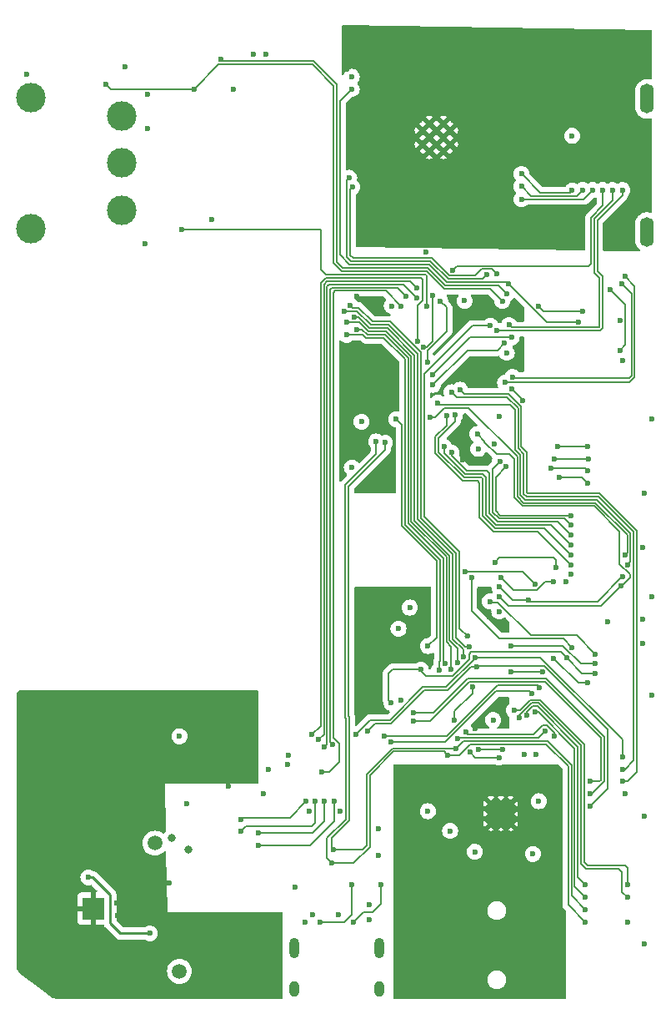
<source format=gbr>
%TF.GenerationSoftware,KiCad,Pcbnew,8.0.9*%
%TF.CreationDate,2025-05-06T07:17:22-07:00*%
%TF.ProjectId,EV12 Board Design,45563132-2042-46f6-9172-642044657369,EV12*%
%TF.SameCoordinates,Original*%
%TF.FileFunction,Copper,L4,Bot*%
%TF.FilePolarity,Positive*%
%FSLAX46Y46*%
G04 Gerber Fmt 4.6, Leading zero omitted, Abs format (unit mm)*
G04 Created by KiCad (PCBNEW 8.0.9) date 2025-05-06 07:17:22*
%MOMM*%
%LPD*%
G01*
G04 APERTURE LIST*
%TA.AperFunction,ComponentPad*%
%ADD10C,1.500000*%
%TD*%
%TA.AperFunction,ComponentPad*%
%ADD11O,1.400000X3.000000*%
%TD*%
%TA.AperFunction,HeatsinkPad*%
%ADD12C,0.500000*%
%TD*%
%TA.AperFunction,HeatsinkPad*%
%ADD13R,2.500000X2.500000*%
%TD*%
%TA.AperFunction,ComponentPad*%
%ADD14C,3.000000*%
%TD*%
%TA.AperFunction,HeatsinkPad*%
%ADD15C,0.600000*%
%TD*%
%TA.AperFunction,ComponentPad*%
%ADD16O,1.000000X2.100000*%
%TD*%
%TA.AperFunction,ComponentPad*%
%ADD17O,1.000000X1.600000*%
%TD*%
%TA.AperFunction,ComponentPad*%
%ADD18C,0.600000*%
%TD*%
%TA.AperFunction,SMDPad,CuDef*%
%ADD19R,2.300000X2.300000*%
%TD*%
%TA.AperFunction,ViaPad*%
%ADD20C,0.600000*%
%TD*%
%TA.AperFunction,ViaPad*%
%ADD21C,0.800000*%
%TD*%
%TA.AperFunction,Conductor*%
%ADD22C,0.254000*%
%TD*%
%TA.AperFunction,Conductor*%
%ADD23C,0.127000*%
%TD*%
G04 APERTURE END LIST*
D10*
%TO.P,TP1,1,1*%
%TO.N,Net-(SW6-C)*%
X128510000Y-129290000D03*
%TD*%
%TO.P,TP2,1,1*%
%TO.N,Net-(U7-VIN)*%
X131010000Y-142290000D03*
%TD*%
D11*
%TO.P,SW3,5*%
%TO.N,N/C*%
X178510000Y-53780000D03*
%TD*%
D12*
%TO.P,U6,33,EP*%
%TO.N,GNDA*%
X164647500Y-127290000D03*
X164647500Y-126290000D03*
X164647500Y-125290000D03*
X163647500Y-127290000D03*
X163647500Y-126290000D03*
D13*
X163647500Y-126290000D03*
D12*
X163647500Y-125290000D03*
X162647500Y-127290000D03*
X162647500Y-126290000D03*
X162647500Y-125290000D03*
%TD*%
D14*
%TO.P,SW6,1,A*%
%TO.N,unconnected-(SW6-A-Pad1)*%
X125110000Y-65090000D03*
%TO.P,SW6,2,B*%
%TO.N,Net-(D2-K)*%
X125110000Y-60290000D03*
%TO.P,SW6,3,C*%
%TO.N,Net-(SW6-C)*%
X125110000Y-55490000D03*
%TO.P,SW6,4*%
%TO.N,N/C*%
X115910000Y-53640000D03*
%TO.P,SW6,5*%
X115910000Y-66940000D03*
%TD*%
D15*
%TO.P,U11,41,GND*%
%TO.N,GND*%
X155710000Y-56990000D03*
X155710000Y-58390000D03*
X156410000Y-56290000D03*
X156410000Y-57690000D03*
X156410000Y-59090000D03*
X157110000Y-56990000D03*
X157110000Y-58390000D03*
X157810000Y-56290000D03*
X157810000Y-57690000D03*
X157810000Y-59090000D03*
X158510000Y-56990000D03*
X158510000Y-58390000D03*
%TD*%
D16*
%TO.P,J9,S1,SHIELD*%
%TO.N,unconnected-(J9-SHIELD-PadS1)_1*%
X142680000Y-139916000D03*
D17*
%TO.N,unconnected-(J9-SHIELD-PadS1)_3*%
X142680000Y-144096000D03*
D16*
%TO.N,unconnected-(J9-SHIELD-PadS1)_2*%
X151320000Y-139916000D03*
D17*
%TO.N,unconnected-(J9-SHIELD-PadS1)*%
X151320000Y-144096000D03*
%TD*%
D18*
%TO.P,U7,11,PGND*%
%TO.N,GND*%
X121770000Y-136430000D03*
X122770000Y-136430000D03*
D19*
X122270000Y-135931000D03*
D18*
X122270000Y-135930000D03*
X121770000Y-135430000D03*
X122770000Y-135430000D03*
%TD*%
D11*
%TO.P,SW1,5*%
%TO.N,N/C*%
X178510000Y-67280000D03*
%TD*%
D20*
%TO.N,+3.3VA*%
X164260000Y-79540000D03*
X158510000Y-128040000D03*
X156260000Y-126040000D03*
X166915330Y-130384670D03*
X161010000Y-130160000D03*
%TO.N,+3.3V*%
X148525297Y-91184629D03*
X178260000Y-139540000D03*
X138510000Y-49290000D03*
X175760000Y-76290000D03*
X170260000Y-102790000D03*
X161348394Y-89290000D03*
X163510000Y-86040000D03*
X121770000Y-132760000D03*
X166010000Y-120290000D03*
X139510000Y-124290000D03*
X167510000Y-125040000D03*
X178060000Y-106585995D03*
X127760000Y-56790000D03*
X178060000Y-109040000D03*
X153510000Y-114790000D03*
X178060000Y-99290000D03*
X159979881Y-74259881D03*
X178260000Y-126540000D03*
X151260000Y-127790000D03*
X153260000Y-107540000D03*
X170910000Y-57540000D03*
X148510000Y-51540000D03*
X131785000Y-125290000D03*
X128010000Y-138446406D03*
X152585000Y-74790000D03*
X147369500Y-126040000D03*
X127760000Y-53353500D03*
X142010000Y-121290000D03*
X163510000Y-105790000D03*
X115510000Y-51290000D03*
X162885000Y-116790000D03*
X154411823Y-105388177D03*
X149510000Y-86540000D03*
X174510000Y-106790000D03*
X178260000Y-93790000D03*
%TO.N,VBUS*%
X144550000Y-136540000D03*
X147140500Y-136540000D03*
%TO.N,GND*%
X119010000Y-141290000D03*
X179010000Y-114290000D03*
X159816750Y-90375440D03*
X142760000Y-133790000D03*
X148010000Y-50790000D03*
X152010000Y-105790000D03*
X125510000Y-50540000D03*
X154510000Y-104290000D03*
X179010000Y-86290000D03*
X118010000Y-125290000D03*
X125260000Y-135923250D03*
X161010000Y-74790000D03*
X120010000Y-141290000D03*
X128261398Y-142686062D03*
X151260000Y-130540000D03*
X149510000Y-88290000D03*
X162510000Y-106290000D03*
X138199644Y-143993928D03*
X136010000Y-123540000D03*
X126260000Y-126790000D03*
X143760000Y-137290000D03*
X176260000Y-124290000D03*
X119893139Y-135290000D03*
X119022511Y-134975099D03*
X127420270Y-140674873D03*
X170510000Y-51790000D03*
X132760000Y-116290000D03*
X164229669Y-80570331D03*
X120010000Y-142290000D03*
X156010000Y-69290000D03*
X179010000Y-104290000D03*
X138216401Y-140133763D03*
X119841580Y-136394600D03*
X117501096Y-126031811D03*
X144196500Y-126040000D03*
X149260000Y-114883750D03*
X126539200Y-140686621D03*
X150260000Y-137040000D03*
X128263748Y-140681922D03*
X150260000Y-135540000D03*
X138216401Y-142883763D03*
X124657571Y-135353492D03*
X140010000Y-121790000D03*
X138213558Y-142054511D03*
X170760000Y-102040000D03*
X126510000Y-130290000D03*
X118010000Y-126790000D03*
X125427655Y-135065676D03*
X161010000Y-117705086D03*
X126010000Y-131290000D03*
X118010000Y-128790000D03*
X176010000Y-80290000D03*
X163010000Y-88790000D03*
X119010000Y-142290000D03*
X128261398Y-141572390D03*
X117510000Y-127790000D03*
X130010000Y-133290000D03*
X126510000Y-128290000D03*
X139760000Y-49290000D03*
X171010000Y-65040000D03*
X119102134Y-136754534D03*
X138228495Y-141131883D03*
X149010000Y-73815500D03*
X134260000Y-66040000D03*
X125470505Y-136831340D03*
X126010000Y-125290000D03*
X136510000Y-52790000D03*
X120010000Y-140290000D03*
X176510000Y-137310000D03*
X124695164Y-136598738D03*
X167260000Y-120290000D03*
X119260000Y-135790000D03*
X126010000Y-129290000D03*
%TO.N,/UI_BOOT0*%
X161260000Y-87790000D03*
X175886545Y-103166545D03*
X163510000Y-104290000D03*
%TO.N,/MCLK*%
X167869495Y-111911696D03*
X164713156Y-111911696D03*
%TO.N,/MGMT_BOOT*%
X160682092Y-102353500D03*
X170885830Y-109414170D03*
X132510000Y-52790000D03*
X163823500Y-74290000D03*
X172510000Y-113040000D03*
X123510000Y-52290000D03*
X169010000Y-110540000D03*
%TO.N,/MGMT_NRST*%
X155541069Y-111674469D03*
X170338920Y-110461080D03*
X135262005Y-49726500D03*
X152510000Y-115040000D03*
X164241224Y-73558776D03*
X173260000Y-112040000D03*
%TO.N,/LEDA_R*%
X157387000Y-111726500D03*
X148010000Y-77726500D03*
%TO.N,/DISP_BL*%
X164189575Y-91110425D03*
X170760000Y-96040000D03*
%TO.N,/LEDA_G*%
X158010000Y-111040000D03*
X149010000Y-77163000D03*
%TO.N,/BATTERY_MON*%
X131260000Y-67040000D03*
X156148500Y-74790000D03*
%TO.N,/LEDA_B*%
X148010000Y-76472851D03*
X158630321Y-111660321D03*
%TO.N,/DISP_DC*%
X158639431Y-89660569D03*
X170760000Y-98040000D03*
%TO.N,/DISP_CS*%
X157900500Y-89083608D03*
X170760000Y-99040000D03*
%TO.N,/KB_ROW5*%
X145127900Y-118790000D03*
X155137000Y-72993374D03*
%TO.N,/KB_ROW4*%
X144478398Y-118294679D03*
X155196823Y-78359493D03*
%TO.N,/KB_ROW6*%
X145721719Y-119538000D03*
X155137000Y-73963396D03*
%TO.N,/KB_ROW7*%
X153510000Y-74790000D03*
X145510000Y-122040000D03*
%TO.N,/LEDB_R*%
X148742640Y-75909352D03*
X159305321Y-110985321D03*
%TO.N,/LEDB_G*%
X147768106Y-75302447D03*
X159873416Y-110417226D03*
%TO.N,Net-(J9-CC1)*%
X145300000Y-137290000D03*
X148510000Y-133540000D03*
%TO.N,Net-(J9-CC2)*%
X148700000Y-137290000D03*
X151510000Y-133540000D03*
%TO.N,/LEDB_B*%
X160412383Y-109384332D03*
X148383000Y-74711005D03*
%TO.N,/NET_LED_B*%
X165760000Y-63960819D03*
X173010000Y-63040000D03*
%TO.N,/NET_LED_G*%
X165760000Y-62673134D03*
X172010000Y-63040000D03*
%TO.N,/USB_DTR*%
X158957633Y-116791721D03*
X139010000Y-129540000D03*
X146760000Y-125040000D03*
X160760000Y-113462613D03*
%TO.N,/USB_RTS*%
X139010000Y-128290000D03*
X145760000Y-125040000D03*
%TO.N,/NET_LED_R*%
X165760000Y-61400000D03*
X170910000Y-63070319D03*
%TO.N,/NET_STAT*%
X160260000Y-108290000D03*
X162612371Y-76795624D03*
%TO.N,/NET_BOOT*%
X163042500Y-100790000D03*
X172010000Y-75290000D03*
X167510000Y-74790000D03*
X169260000Y-101290000D03*
%TO.N,/MGMT_SWDIO*%
X173260000Y-111090000D03*
X164713156Y-109290000D03*
%TO.N,/MGMT_SWCLK*%
X173260000Y-110090000D03*
X162540331Y-104759669D03*
%TO.N,/I2S_DACLRC*%
X176510000Y-133540000D03*
X160533455Y-120063455D03*
X165010000Y-115790000D03*
X163461000Y-120603500D03*
%TO.N,/UI_BOOT1*%
X167112500Y-103026500D03*
X156760000Y-81790000D03*
X160010000Y-101790000D03*
X164760000Y-77985672D03*
%TO.N,/I2S_BCLK*%
X176510000Y-134790000D03*
X163834000Y-119813086D03*
X165510000Y-116540000D03*
X161369636Y-119813086D03*
%TO.N,/I2S_ADCDAT*%
X172260000Y-133540000D03*
X166305217Y-116335217D03*
%TO.N,/I2S_DACDAT*%
X172260000Y-134790000D03*
X167137986Y-115964896D03*
%TO.N,/USB_TX1_MGMT*%
X143885000Y-125040000D03*
X137262807Y-126919921D03*
X148963090Y-118243090D03*
X176010000Y-120540000D03*
X161033455Y-110454500D03*
%TO.N,/USB_RX1_MGMT*%
X172708500Y-125540000D03*
X150111545Y-117891545D03*
X144760000Y-125040000D03*
X161191146Y-111370057D03*
X137260000Y-128040000D03*
%TO.N,Net-(D2-A)*%
X131010000Y-118440000D03*
D21*
X131895613Y-129927387D03*
D20*
%TO.N,/NET_TX1_MGMT*%
X169130321Y-118419679D03*
X160084633Y-118032086D03*
%TO.N,/NET_RX1_MGMT*%
X159309573Y-118693517D03*
X168130321Y-117919679D03*
X175760000Y-79290000D03*
X174736545Y-73103500D03*
%TO.N,/SPI1_CLK*%
X159010000Y-85790000D03*
X170760000Y-100040000D03*
%TO.N,/SPI1_MOSI*%
X170760000Y-101040000D03*
X158148500Y-85876976D03*
%TO.N,Net-(U1-PC0)*%
X176260000Y-71790000D03*
X164086018Y-82570195D03*
%TO.N,Net-(U1-PC1)*%
X164836584Y-82006695D03*
X175978250Y-72571750D03*
%TO.N,/NET_MTDI*%
X172510000Y-89040000D03*
X169401500Y-89019674D03*
%TO.N,/NET_MTCK*%
X168748327Y-91289173D03*
X172510000Y-91540000D03*
%TO.N,/NET_MTDO*%
X169074500Y-90290000D03*
X172550000Y-90330000D03*
%TO.N,/NET_MTMS*%
X169629577Y-92170424D03*
X172510000Y-92790000D03*
%TO.N,Net-(U1-PB10)*%
X154010000Y-73790000D03*
X146571681Y-119294969D03*
%TO.N,/NET_NRST*%
X164439360Y-72516270D03*
X171510000Y-76399500D03*
X148510000Y-52790000D03*
X163696500Y-102353500D03*
X169010000Y-102790000D03*
D21*
%TO.N,Net-(D2-K)*%
X130260000Y-128790000D03*
D20*
%TO.N,/USB_CC2_DETECT*%
X167532547Y-113505872D03*
X151845410Y-118430500D03*
%TO.N,/USB_CC1_DETECT*%
X152510000Y-119040000D03*
X166821156Y-114129357D03*
%TO.N,/DISP_RST*%
X170760000Y-97040000D03*
X163574529Y-90536131D03*
%TO.N,/UI_NRST*%
X163510000Y-103290000D03*
X166458500Y-104663000D03*
X176010000Y-102290000D03*
X164760000Y-83180500D03*
X165870409Y-84353500D03*
%TO.N,/UI_SWCLK*%
X156513946Y-86053305D03*
X176263424Y-100040000D03*
%TO.N,/UI_SWDIO*%
X157268850Y-84633439D03*
X176560000Y-101040000D03*
%TO.N,/UI_SCL*%
X151885000Y-88665000D03*
X172260000Y-136040000D03*
X159135000Y-119665000D03*
X146645000Y-129925000D03*
%TO.N,/UI_SDA*%
X172260000Y-137290000D03*
X158260000Y-120353500D03*
X146510000Y-131290000D03*
X151010000Y-88540000D03*
%TO.N,/UI_TX2_NET*%
X148573500Y-62739863D03*
X163260000Y-71540000D03*
X176010000Y-123040000D03*
X159510000Y-83290000D03*
%TO.N,/UI_TX1_MGMT*%
X154760000Y-116893000D03*
X172708500Y-123040000D03*
%TO.N,/UI_RX2_NET*%
X148260000Y-61790000D03*
X162260000Y-71617070D03*
X158648500Y-83540000D03*
X176010000Y-121790000D03*
%TO.N,/UI_RX1_MGMT*%
X154760000Y-116040000D03*
X172708500Y-124290000D03*
%TO.N,/UI_LED_B*%
X163260000Y-77290000D03*
X176010000Y-63040000D03*
%TO.N,/UI_LED_G*%
X164031434Y-78549172D03*
X156760000Y-82790000D03*
X175010000Y-63040000D03*
X164510000Y-76726500D03*
%TO.N,/UI_LED_R*%
X174010000Y-63040000D03*
X158792500Y-71155000D03*
%TO.N,/UI_DEBUG_1*%
X155773174Y-78944024D03*
X156712000Y-73748342D03*
%TO.N,/UI_DEBUG_2*%
X157510000Y-74290000D03*
X156196500Y-80516545D03*
%TO.N,/UI_STAT*%
X153022954Y-86290000D03*
X156260000Y-109290000D03*
%TO.N,GNDA*%
X168510000Y-130412814D03*
X159260000Y-129290000D03*
X142107822Y-120383729D03*
X169260000Y-124540000D03*
X159260000Y-126290000D03*
X165900500Y-132149500D03*
X159489670Y-125060330D03*
X161760000Y-132149500D03*
%TO.N,Net-(SW6-C)*%
X127510000Y-68500000D03*
%TD*%
D22*
%TO.N,+3.3V*%
X123970000Y-137400000D02*
X123970000Y-134520000D01*
X125016406Y-138446406D02*
X123970000Y-137400000D01*
X123970000Y-134520000D02*
X122210000Y-132760000D01*
X122210000Y-132760000D02*
X121770000Y-132760000D01*
X128010000Y-138446406D02*
X125016406Y-138446406D01*
D23*
%TO.N,/UI_BOOT0*%
X162006246Y-88536246D02*
X162006246Y-88583156D01*
X164510000Y-89790000D02*
X164996500Y-90276500D01*
X173826590Y-105226500D02*
X175886545Y-103166545D01*
X176760000Y-102336910D02*
X175930365Y-103166545D01*
X175699924Y-97654820D02*
X175699924Y-100976834D01*
X175699924Y-100976834D02*
X176760000Y-102036910D01*
X176760000Y-102036910D02*
X176760000Y-102336910D01*
X165855552Y-95098000D02*
X173143104Y-95098000D01*
X164446500Y-105226500D02*
X173826590Y-105226500D01*
X175930365Y-103166545D02*
X175886545Y-103166545D01*
X164996500Y-94238948D02*
X165855552Y-95098000D01*
X161260000Y-87790000D02*
X162006246Y-88536246D01*
X164996500Y-90276500D02*
X164996500Y-94238948D01*
X162006246Y-88583156D02*
X163213090Y-89790000D01*
X163213090Y-89790000D02*
X164510000Y-89790000D01*
X163510000Y-104290000D02*
X164446500Y-105226500D01*
X173143104Y-95098000D02*
X175699924Y-97654820D01*
%TO.N,/MCLK*%
X164713156Y-111911696D02*
X164747352Y-111877500D01*
X167835299Y-111877500D02*
X167869495Y-111911696D01*
X164747352Y-111877500D02*
X167835299Y-111877500D01*
%TO.N,/MGMT_BOOT*%
X169010000Y-110540000D02*
X171510000Y-113040000D01*
X147510000Y-71290000D02*
X156160208Y-71290000D01*
X156160208Y-71290000D02*
X157896708Y-73026500D01*
X170011660Y-108540000D02*
X170885830Y-109414170D01*
X171510000Y-113040000D02*
X172510000Y-113040000D01*
X162560000Y-73026500D02*
X163823500Y-74290000D01*
X163510000Y-108540000D02*
X170011660Y-108540000D01*
X135010000Y-50290000D02*
X144510000Y-50290000D01*
X144510000Y-50290000D02*
X146680360Y-52460360D01*
X157896708Y-73026500D02*
X162560000Y-73026500D01*
X132510000Y-52790000D02*
X135010000Y-50290000D01*
X160682092Y-102353500D02*
X160682092Y-105712092D01*
X160682092Y-105712092D02*
X163510000Y-108540000D01*
X123510000Y-52290000D02*
X124010000Y-52790000D01*
X146680360Y-52460360D02*
X146680360Y-70460360D01*
X124010000Y-52790000D02*
X132510000Y-52790000D01*
X146680360Y-70460360D02*
X147510000Y-71290000D01*
%TO.N,/MGMT_NRST*%
X163381949Y-72699500D02*
X158032156Y-72699500D01*
X160436916Y-110650636D02*
X160436916Y-110113084D01*
X152260000Y-112040000D02*
X152260000Y-114790000D01*
X158797552Y-112290000D02*
X160436916Y-110650636D01*
X147586740Y-70904292D02*
X147007360Y-70324912D01*
X155541069Y-111821069D02*
X156010000Y-112290000D01*
X152260000Y-114790000D02*
X152510000Y-115040000D01*
X135498505Y-49963000D02*
X135262005Y-49726500D01*
X169768840Y-109891000D02*
X170338920Y-110461080D01*
X147007360Y-70324912D02*
X147007360Y-52324912D01*
X155541069Y-111674469D02*
X152625531Y-111674469D01*
X160436916Y-110113084D02*
X160659000Y-109891000D01*
X170338920Y-110461080D02*
X171917840Y-112040000D01*
X164241224Y-73558775D02*
X163381949Y-72699500D01*
X156010000Y-112290000D02*
X158797552Y-112290000D01*
X144645448Y-49963000D02*
X135498505Y-49963000D01*
X156236948Y-70904292D02*
X147586740Y-70904292D01*
X155541069Y-111674469D02*
X155541069Y-111821069D01*
X171917840Y-112040000D02*
X173260000Y-112040000D01*
X152625531Y-111674469D02*
X152260000Y-112040000D01*
X160659000Y-109891000D02*
X169768840Y-109891000D01*
X158032156Y-72699500D02*
X156236948Y-70904292D01*
X147007360Y-52324912D02*
X144645448Y-49963000D01*
X164241224Y-73558776D02*
X164241224Y-73558775D01*
%TO.N,/LEDA_R*%
X157476395Y-100531083D02*
X157476395Y-110776695D01*
X151760000Y-78040000D02*
X153913454Y-80193454D01*
X153913454Y-80193454D02*
X153913454Y-96968142D01*
X148010000Y-77726500D02*
X149634260Y-77726500D01*
X149947760Y-78040000D02*
X151760000Y-78040000D01*
X149634260Y-77726500D02*
X149947760Y-78040000D01*
X157476395Y-110776695D02*
X157387000Y-110866090D01*
X157387000Y-110866090D02*
X157387000Y-111726500D01*
X153913454Y-96968142D02*
X157476395Y-100531083D01*
%TO.N,/DISP_BL*%
X163606000Y-96040000D02*
X170760000Y-96040000D01*
X164189575Y-91110425D02*
X163133000Y-92167000D01*
X163133000Y-92167000D02*
X163133000Y-95567000D01*
X163133000Y-95567000D02*
X163606000Y-96040000D01*
%TO.N,/LEDA_G*%
X157803395Y-110833395D02*
X158010000Y-111040000D01*
X154240454Y-96832694D02*
X157803395Y-100395635D01*
X149010000Y-77163000D02*
X149533208Y-77163000D01*
X151895448Y-77713000D02*
X154240454Y-80058006D01*
X154240454Y-80058006D02*
X154240454Y-96832694D01*
X157803395Y-100395635D02*
X157803395Y-110833395D01*
X149533208Y-77163000D02*
X150083208Y-77713000D01*
X150083208Y-77713000D02*
X151895448Y-77713000D01*
%TO.N,/BATTERY_MON*%
X145378581Y-67158581D02*
X145260000Y-67040000D01*
X156024760Y-71617000D02*
X145907728Y-71617000D01*
X156148500Y-71740740D02*
X156024760Y-71617000D01*
X156148500Y-74790000D02*
X156148500Y-71740740D01*
X145907728Y-71617000D02*
X145378581Y-71087853D01*
X145260000Y-67040000D02*
X131260000Y-67040000D01*
X145378581Y-71087853D02*
X145378581Y-67158581D01*
%TO.N,/LEDA_B*%
X158130395Y-108835291D02*
X158630321Y-109335217D01*
X149305507Y-76472851D02*
X150199656Y-77367000D01*
X154567454Y-79922558D02*
X154567454Y-96697246D01*
X158630321Y-109335217D02*
X158630321Y-111660321D01*
X152011896Y-77367000D02*
X154567454Y-79922558D01*
X154567454Y-96697246D02*
X158130395Y-100260187D01*
X150199656Y-77367000D02*
X152011896Y-77367000D01*
X158130395Y-100260187D02*
X158130395Y-108835291D01*
X148010000Y-76472851D02*
X149305507Y-76472851D01*
%TO.N,/DISP_DC*%
X158639431Y-89995032D02*
X158639431Y-89660569D01*
X158639431Y-89995032D02*
X160184399Y-91540000D01*
X160184399Y-91540000D02*
X162260000Y-91540000D01*
X169414000Y-96694000D02*
X170760000Y-98040000D01*
X162479000Y-91759000D02*
X162479000Y-95837896D01*
X162260000Y-91540000D02*
X162479000Y-91759000D01*
X163335104Y-96694000D02*
X169414000Y-96694000D01*
X162479000Y-95837896D02*
X163335104Y-96694000D01*
%TO.N,/DISP_CS*%
X161837000Y-91867000D02*
X162152000Y-92182000D01*
X162152000Y-95973344D02*
X163199656Y-97021000D01*
X157900500Y-89083608D02*
X157900500Y-89718549D01*
X162152000Y-92182000D02*
X162152000Y-95973344D01*
X168741000Y-97021000D02*
X170760000Y-99040000D01*
X157900500Y-89718549D02*
X160048951Y-91867000D01*
X163199656Y-97021000D02*
X168741000Y-97021000D01*
X160048951Y-91867000D02*
X161837000Y-91867000D01*
%TO.N,/KB_ROW5*%
X145680979Y-72581469D02*
X145680979Y-118236921D01*
X145991448Y-72271000D02*
X145680979Y-72581469D01*
X154414626Y-72271000D02*
X145991448Y-72271000D01*
X155137000Y-72993374D02*
X154414626Y-72271000D01*
X145680979Y-118236921D02*
X145127900Y-118790000D01*
%TO.N,/KB_ROW4*%
X145353979Y-72446021D02*
X145856000Y-71944000D01*
X155196823Y-74700483D02*
X155196823Y-78359493D01*
X155554850Y-71944000D02*
X155700500Y-72089650D01*
X145353979Y-117419098D02*
X145353979Y-72446021D01*
X145856000Y-71944000D02*
X155554850Y-71944000D01*
X144478398Y-118294679D02*
X144473719Y-118290000D01*
X155700500Y-72089650D02*
X155700500Y-74196806D01*
X155700500Y-74196806D02*
X155196823Y-74700483D01*
X144478398Y-118294679D02*
X145353979Y-117419098D01*
%TO.N,/KB_ROW6*%
X153771604Y-72598000D02*
X146202000Y-72598000D01*
X146010000Y-119249719D02*
X145721719Y-119538000D01*
X146202000Y-72598000D02*
X146010000Y-72790000D01*
X146010000Y-72790000D02*
X146010000Y-119249719D01*
X155137000Y-73963396D02*
X153771604Y-72598000D01*
%TO.N,/KB_ROW7*%
X151972000Y-73252000D02*
X146859652Y-73252000D01*
X146664000Y-118590378D02*
X147260000Y-119186378D01*
X147260000Y-121040000D02*
X146260000Y-122040000D01*
X146260000Y-122040000D02*
X145510000Y-122040000D01*
X146664000Y-73447652D02*
X146664000Y-118590378D01*
X146859652Y-73252000D02*
X146664000Y-73447652D01*
X147260000Y-119186378D02*
X147260000Y-121040000D01*
X153510000Y-74790000D02*
X151972000Y-73252000D01*
%TO.N,/LEDB_R*%
X148742640Y-75909352D02*
X149204456Y-75909352D01*
X150335104Y-77040000D02*
X152147344Y-77040000D01*
X154894454Y-96561798D02*
X158457395Y-100124739D01*
X158457395Y-108699843D02*
X159305321Y-109547769D01*
X154894454Y-80569254D02*
X154894454Y-96561798D01*
X149204456Y-75909352D02*
X150335104Y-77040000D01*
X158457395Y-100124739D02*
X158457395Y-108699843D01*
X152147344Y-77040000D02*
X154894454Y-79787110D01*
X154894454Y-79787110D02*
X154894454Y-80674454D01*
X159305321Y-109547769D02*
X159305321Y-110985321D01*
%TO.N,/LEDB_G*%
X149059999Y-75302447D02*
X150470552Y-76713000D01*
X159873416Y-109653416D02*
X159873416Y-110417226D01*
X158784395Y-99989291D02*
X158784395Y-108564395D01*
X155221454Y-80704702D02*
X155221454Y-96426350D01*
X158784395Y-108564395D02*
X159873416Y-109653416D01*
X147768106Y-75302447D02*
X149059999Y-75302447D01*
X152282792Y-76713000D02*
X155221454Y-79651662D01*
X150470552Y-76713000D02*
X152282792Y-76713000D01*
X155221454Y-79651662D02*
X155221454Y-80790000D01*
X155221454Y-96426350D02*
X158784395Y-99989291D01*
%TO.N,Net-(J9-CC1)*%
X147760000Y-137290000D02*
X148510000Y-136540000D01*
X148510000Y-136540000D02*
X148510000Y-133540000D01*
X145300000Y-137290000D02*
X147760000Y-137290000D01*
%TO.N,Net-(J9-CC2)*%
X149700000Y-136290000D02*
X150665330Y-136290000D01*
X148700000Y-137290000D02*
X149700000Y-136290000D01*
X151510000Y-135445330D02*
X151510000Y-133540000D01*
X150665330Y-136290000D02*
X151510000Y-135445330D01*
%TO.N,/LEDB_B*%
X150606000Y-76386000D02*
X152418240Y-76386000D01*
X159111395Y-108428947D02*
X160066780Y-109384332D01*
X159111395Y-99853843D02*
X159111395Y-108428947D01*
X155548454Y-79516214D02*
X155548454Y-96290902D01*
X148383000Y-74711005D02*
X148634995Y-74963000D01*
X149183000Y-74963000D02*
X150606000Y-76386000D01*
X155548454Y-96290902D02*
X159111395Y-99853843D01*
X160066780Y-109384332D02*
X160412383Y-109384332D01*
X152418240Y-76386000D02*
X155548454Y-79516214D01*
X148634995Y-74963000D02*
X149183000Y-74963000D01*
%TO.N,/NET_LED_B*%
X173010000Y-63040000D02*
X172089181Y-63960819D01*
X172089181Y-63960819D02*
X165760000Y-63960819D01*
%TO.N,/NET_LED_G*%
X172010000Y-63040000D02*
X171416181Y-63633819D01*
X171416181Y-63633819D02*
X166720685Y-63633819D01*
X166720685Y-63633819D02*
X165760000Y-62673134D01*
%TO.N,/USB_DTR*%
X146760000Y-127040000D02*
X144260000Y-129540000D01*
X160760000Y-114077552D02*
X160760000Y-113462613D01*
X144260000Y-129540000D02*
X139010000Y-129540000D01*
X146760000Y-125040000D02*
X146760000Y-127040000D01*
X158957633Y-116791721D02*
X158957633Y-115879919D01*
X158957633Y-115879919D02*
X160760000Y-114077552D01*
%TO.N,/USB_RTS*%
X145760000Y-127040000D02*
X144510000Y-128290000D01*
X145760000Y-125040000D02*
X145760000Y-127040000D01*
X144510000Y-128290000D02*
X139010000Y-128290000D01*
%TO.N,/NET_LED_R*%
X170673500Y-63306819D02*
X167666819Y-63306819D01*
X170910000Y-63070319D02*
X170673500Y-63306819D01*
X167666819Y-63306819D02*
X165760000Y-61400000D01*
%TO.N,/NET_STAT*%
X160260000Y-108290000D02*
X160010000Y-108290000D01*
X155875454Y-81674546D02*
X155875454Y-96155454D01*
X159438395Y-107468395D02*
X160260000Y-108290000D01*
X159438395Y-99718395D02*
X159438395Y-107468395D01*
X162612371Y-76795624D02*
X160754376Y-76795624D01*
X155875454Y-96155454D02*
X159438395Y-99718395D01*
X160754376Y-76795624D02*
X155875454Y-81674546D01*
%TO.N,/NET_BOOT*%
X168010000Y-75290000D02*
X172010000Y-75290000D01*
X169010000Y-100290000D02*
X163542500Y-100290000D01*
X163542500Y-100290000D02*
X163042500Y-100790000D01*
X169260000Y-101290000D02*
X169260000Y-100540000D01*
X169260000Y-100540000D02*
X169010000Y-100290000D01*
X167510000Y-74790000D02*
X168010000Y-75290000D01*
%TO.N,/MGMT_SWDIO*%
X173260000Y-111090000D02*
X171764750Y-111090000D01*
X169964750Y-109290000D02*
X164713156Y-109290000D01*
X171764750Y-111090000D02*
X169964750Y-109290000D01*
%TO.N,/MGMT_SWCLK*%
X171383000Y-108213000D02*
X166729910Y-108213000D01*
X173260000Y-110090000D02*
X171383000Y-108213000D01*
X162634162Y-104853500D02*
X162540331Y-104759669D01*
X166729910Y-108213000D02*
X163370410Y-104853500D01*
X163370410Y-104853500D02*
X162634162Y-104853500D01*
%TO.N,/I2S_DACLRC*%
X165010000Y-115790000D02*
X165591076Y-115790000D01*
X176260000Y-131540000D02*
X176510000Y-131790000D01*
X176510000Y-131790000D02*
X176510000Y-133540000D01*
X172510000Y-131540000D02*
X176260000Y-131540000D01*
X172145000Y-131175000D02*
X172510000Y-131540000D01*
X167642292Y-114747396D02*
X172145000Y-119250104D01*
X163461000Y-120603500D02*
X161073500Y-120603500D01*
X172145000Y-119250104D02*
X172145000Y-131175000D01*
X166633680Y-114747396D02*
X167642292Y-114747396D01*
X161073500Y-120603500D02*
X160533455Y-120063455D01*
X165591076Y-115790000D02*
X166633680Y-114747396D01*
%TO.N,/UI_BOOT1*%
X160010000Y-101790000D02*
X165876000Y-101790000D01*
X164760000Y-77985672D02*
X160564328Y-77985672D01*
X165876000Y-101790000D02*
X167112500Y-103026500D01*
X160564328Y-77985672D02*
X156760000Y-81790000D01*
%TO.N,/I2S_BCLK*%
X175587000Y-131867000D02*
X172337000Y-131867000D01*
X176510000Y-134790000D02*
X175946500Y-134226500D01*
X166769128Y-115074396D02*
X165510000Y-116333524D01*
X172337000Y-131867000D02*
X171818000Y-131348000D01*
X175946500Y-132226500D02*
X175587000Y-131867000D01*
X165510000Y-116333524D02*
X165510000Y-116540000D01*
X171818000Y-119385552D02*
X167506844Y-115074396D01*
X175946500Y-134226500D02*
X175946500Y-132226500D01*
X163810914Y-119790000D02*
X161392722Y-119790000D01*
X167506844Y-115074396D02*
X166769128Y-115074396D01*
X163834000Y-119813086D02*
X163810914Y-119790000D01*
X171818000Y-131348000D02*
X171818000Y-119385552D01*
X161392722Y-119790000D02*
X161369636Y-119813086D01*
%TO.N,/I2S_ADCDAT*%
X172260000Y-133540000D02*
X171491000Y-132771000D01*
X171491000Y-132771000D02*
X171491000Y-119521000D01*
X166305217Y-116000755D02*
X166305217Y-116335217D01*
X166904576Y-115401396D02*
X166305217Y-116000755D01*
X167371396Y-115401396D02*
X166904576Y-115401396D01*
X171491000Y-119521000D02*
X167371396Y-115401396D01*
%TO.N,/I2S_DACDAT*%
X171164000Y-133694000D02*
X172260000Y-134790000D01*
X167137986Y-115964896D02*
X167472448Y-115964896D01*
X167472448Y-115964896D02*
X171164000Y-119656448D01*
X171164000Y-119656448D02*
X171164000Y-133694000D01*
%TO.N,/USB_TX1_MGMT*%
X155727855Y-113463000D02*
X158087000Y-113463000D01*
X148963090Y-118243090D02*
X150416180Y-116790000D01*
X142212000Y-126713000D02*
X137469728Y-126713000D01*
X152400855Y-116790000D02*
X155727855Y-113463000D01*
X167671657Y-110454500D02*
X161033455Y-110454500D01*
X158087000Y-113463000D02*
X161033455Y-110516545D01*
X137469728Y-126713000D02*
X137262807Y-126919921D01*
X150416180Y-116790000D02*
X152400855Y-116790000D01*
X176010000Y-120540000D02*
X176010000Y-118792843D01*
X176010000Y-118792843D02*
X167671657Y-110454500D01*
X143885000Y-125040000D02*
X142212000Y-126713000D01*
%TO.N,/USB_RX1_MGMT*%
X152536303Y-117117000D02*
X155863303Y-113790000D01*
X160642391Y-111370057D02*
X161191146Y-111370057D01*
X137760000Y-127540000D02*
X137260000Y-128040000D01*
X168102905Y-111348196D02*
X174510000Y-117755291D01*
X155863303Y-113790000D02*
X158222448Y-113790000D01*
X144760000Y-125040000D02*
X144760000Y-127194000D01*
X161213007Y-111348196D02*
X168102905Y-111348196D01*
X174510000Y-117755291D02*
X174510000Y-123738500D01*
X158222448Y-113790000D02*
X160642391Y-111370057D01*
X144760000Y-127194000D02*
X144414000Y-127540000D01*
X150111545Y-117891545D02*
X150886090Y-117117000D01*
X174510000Y-123738500D02*
X172708500Y-125540000D01*
X150886090Y-117117000D02*
X152536303Y-117117000D01*
X144414000Y-127540000D02*
X137760000Y-127540000D01*
%TO.N,/NET_TX1_MGMT*%
X167896911Y-117356179D02*
X168363731Y-117356179D01*
X160084633Y-118032086D02*
X160321133Y-118268586D01*
X169130321Y-118122769D02*
X169130321Y-118419679D01*
X166984504Y-118268586D02*
X167896911Y-117356179D01*
X168363731Y-117356179D02*
X169130321Y-118122769D01*
X160321133Y-118268586D02*
X166984504Y-118268586D01*
%TO.N,/NET_RX1_MGMT*%
X167454414Y-118595586D02*
X168130321Y-117919679D01*
X176323500Y-74690455D02*
X174736545Y-73103500D01*
X159407504Y-118595586D02*
X167454414Y-118595586D01*
X176323500Y-74853500D02*
X176323500Y-74690455D01*
X175760000Y-79290000D02*
X176323500Y-78726500D01*
X176323500Y-78726500D02*
X176323500Y-74853500D01*
X159309573Y-118693517D02*
X159407504Y-118595586D01*
%TO.N,/SPI1_CLK*%
X159913503Y-92194000D02*
X161701552Y-92194000D01*
X161825000Y-96108792D02*
X163064208Y-97348000D01*
X157337000Y-89617497D02*
X159913503Y-92194000D01*
X161701552Y-92194000D02*
X161825000Y-92317448D01*
X163064208Y-97348000D02*
X168068000Y-97348000D01*
X161825000Y-92317448D02*
X161825000Y-96108792D01*
X168068000Y-97348000D02*
X170760000Y-100040000D01*
X159010000Y-85790000D02*
X159010000Y-86502448D01*
X157337000Y-88175449D02*
X157337000Y-89617497D01*
X159010000Y-86502448D02*
X157337000Y-88175449D01*
%TO.N,/SPI1_MOSI*%
X161260000Y-92521000D02*
X161498000Y-92759000D01*
X159778055Y-92521000D02*
X161260000Y-92521000D01*
X157010000Y-89752945D02*
X159778055Y-92521000D01*
X158148500Y-86901500D02*
X157010000Y-88040000D01*
X167395000Y-97675000D02*
X170760000Y-101040000D01*
X162928760Y-97675000D02*
X167395000Y-97675000D01*
X161498000Y-96244240D02*
X162928760Y-97675000D01*
X158148500Y-85876976D02*
X158148500Y-86901500D01*
X157010000Y-88040000D02*
X157010000Y-89752945D01*
X161498000Y-92759000D02*
X161498000Y-96244240D01*
%TO.N,Net-(U1-PC0)*%
X176729805Y-82570195D02*
X164086018Y-82570195D01*
X177260000Y-72790000D02*
X177260000Y-82040000D01*
X177260000Y-82040000D02*
X176729805Y-82570195D01*
X176260000Y-71790000D02*
X177260000Y-72790000D01*
%TO.N,Net-(U1-PC1)*%
X176933000Y-73526500D02*
X176933000Y-81867000D01*
X164912558Y-82082669D02*
X164836584Y-82006695D01*
X176933000Y-81867000D02*
X176717331Y-82082669D01*
X176717331Y-82082669D02*
X164912558Y-82082669D01*
X175978250Y-72571750D02*
X176933000Y-73526500D01*
%TO.N,/NET_MTDI*%
X169401500Y-89019674D02*
X172489674Y-89019674D01*
X172489674Y-89019674D02*
X172510000Y-89040000D01*
%TO.N,/NET_MTCK*%
X168748327Y-91289173D02*
X172259173Y-91289173D01*
X172259173Y-91289173D02*
X172510000Y-91540000D01*
%TO.N,/NET_MTDO*%
X169074500Y-90290000D02*
X172510000Y-90290000D01*
X172510000Y-90290000D02*
X172550000Y-90330000D01*
%TO.N,/NET_MTMS*%
X172510000Y-92790000D02*
X171890424Y-92170424D01*
X171890424Y-92170424D02*
X169629577Y-92170424D01*
%TO.N,Net-(U1-PB10)*%
X146510448Y-72925000D02*
X146337000Y-73098448D01*
X154010000Y-73790000D02*
X153145000Y-72925000D01*
X146571681Y-119274681D02*
X146571681Y-119294969D01*
X153145000Y-72925000D02*
X146510448Y-72925000D01*
X146337000Y-73098448D02*
X146337000Y-119040000D01*
X146337000Y-119040000D02*
X146571681Y-119274681D01*
%TO.N,/NET_NRST*%
X158167604Y-72372500D02*
X156372396Y-70577292D01*
X171510000Y-76399500D02*
X168322590Y-76399500D01*
X147335148Y-69615148D02*
X147335148Y-53964852D01*
X156372396Y-70577292D02*
X148297292Y-70577292D01*
X164295590Y-72372500D02*
X158167604Y-72372500D01*
X168322590Y-76399500D02*
X164439360Y-72516270D01*
X147335148Y-53964852D02*
X148510000Y-52790000D01*
X148297292Y-70577292D02*
X147335148Y-69615148D01*
X164439360Y-72516270D02*
X164295590Y-72372500D01*
X167345910Y-103590000D02*
X168145910Y-102790000D01*
X168145910Y-102790000D02*
X169010000Y-102790000D01*
X163696500Y-102353500D02*
X164933000Y-103590000D01*
X164933000Y-103590000D02*
X167345910Y-103590000D01*
%TO.N,/USB_CC2_DETECT*%
X167567903Y-113470516D02*
X167387387Y-113290000D01*
X163297552Y-113290000D02*
X158157052Y-118430500D01*
X167387387Y-113290000D02*
X163297552Y-113290000D01*
X158157052Y-118430500D02*
X151845410Y-118430500D01*
%TO.N,/USB_CC1_DETECT*%
X152510000Y-119040000D02*
X158010000Y-119040000D01*
X158010000Y-119040000D02*
X163191000Y-113859000D01*
X163191000Y-113859000D02*
X166550799Y-113859000D01*
X166550799Y-113859000D02*
X166821156Y-114129357D01*
%TO.N,/DISP_RST*%
X162806000Y-95702448D02*
X163470552Y-96367000D01*
X170087000Y-96367000D02*
X170760000Y-97040000D01*
X163574529Y-90536131D02*
X162806000Y-91304660D01*
X163470552Y-96367000D02*
X170087000Y-96367000D01*
X162806000Y-91304660D02*
X162806000Y-95702448D01*
%TO.N,/UI_NRST*%
X175966180Y-102290000D02*
X176010000Y-102290000D01*
X173466180Y-104790000D02*
X175966180Y-102290000D01*
X166458500Y-104663000D02*
X166585500Y-104790000D01*
X165870409Y-84290909D02*
X165870409Y-84353500D01*
X163510000Y-103290000D02*
X164883000Y-104663000D01*
X164883000Y-104663000D02*
X166458500Y-104663000D01*
X166585500Y-104790000D02*
X173466180Y-104790000D01*
X164760000Y-83180500D02*
X165870409Y-84290909D01*
%TO.N,/UI_SWCLK*%
X176499924Y-97992372D02*
X173278552Y-94771000D01*
X176263424Y-100040000D02*
X176499924Y-99803500D01*
X157944500Y-85117000D02*
X157008195Y-86053305D01*
X173278552Y-94771000D02*
X165991000Y-94771000D01*
X165991000Y-94771000D02*
X165323500Y-94103500D01*
X157008195Y-86053305D02*
X156513946Y-86053305D01*
X165323500Y-90056590D02*
X160383910Y-85117000D01*
X165323500Y-94103500D02*
X165323500Y-90056590D01*
X160383910Y-85117000D02*
X157944500Y-85117000D01*
X176499924Y-99803500D02*
X176499924Y-97992372D01*
%TO.N,/UI_SWDIO*%
X165087000Y-85291896D02*
X164585104Y-84790000D01*
X173414000Y-94444000D02*
X166126448Y-94444000D01*
X164585104Y-84790000D02*
X157425411Y-84790000D01*
X165650500Y-93968052D02*
X165650500Y-89921142D01*
X165087000Y-89357642D02*
X165087000Y-85291896D01*
X176826924Y-100773076D02*
X176826924Y-97856924D01*
X157425411Y-84790000D02*
X157268850Y-84633439D01*
X165650500Y-89921142D02*
X165087000Y-89357642D01*
X176826924Y-97856924D02*
X173414000Y-94444000D01*
X166126448Y-94444000D02*
X165650500Y-93968052D01*
X176560000Y-101040000D02*
X176826924Y-100773076D01*
%TO.N,/UI_SCL*%
X151885000Y-89396000D02*
X148201552Y-93079448D01*
X146510000Y-128752448D02*
X146510000Y-129790000D01*
X149625000Y-129925000D02*
X150010000Y-129540000D01*
X148201552Y-116425448D02*
X148260000Y-116483896D01*
X148260000Y-127002448D02*
X146510000Y-128752448D01*
X152635000Y-119665000D02*
X159135000Y-119665000D01*
X150010000Y-129540000D02*
X150010000Y-122290000D01*
X168392586Y-118922586D02*
X170837000Y-121367000D01*
X159135000Y-119665000D02*
X159010000Y-119790000D01*
X159135000Y-119665000D02*
X159877414Y-118922586D01*
X151885000Y-88665000D02*
X151885000Y-89396000D01*
X148260000Y-116483896D02*
X148260000Y-127002448D01*
X150010000Y-122290000D02*
X152635000Y-119665000D01*
X170837000Y-121367000D02*
X170837000Y-134617000D01*
X148201552Y-93079448D02*
X148201552Y-116425448D01*
X146510000Y-129790000D02*
X146645000Y-129925000D01*
X146645000Y-129925000D02*
X149625000Y-129925000D01*
X159877414Y-118922586D02*
X168392586Y-118922586D01*
X170837000Y-134617000D02*
X172260000Y-136040000D01*
%TO.N,/UI_SDA*%
X158260000Y-120353500D02*
X159446500Y-120353500D01*
X146510000Y-131290000D02*
X148722448Y-131290000D01*
X150337000Y-129675448D02*
X150337000Y-122425448D01*
X147874552Y-116560896D02*
X147933000Y-116619344D01*
X152770448Y-119992000D02*
X157898500Y-119992000D01*
X148722448Y-131290000D02*
X150337000Y-129675448D01*
X160550414Y-119249586D02*
X168257138Y-119249586D01*
X168257138Y-119249586D02*
X170510000Y-121502448D01*
X158023500Y-120117000D02*
X158260000Y-120353500D01*
X147933000Y-116619344D02*
X147933000Y-126867000D01*
X147933000Y-126867000D02*
X146010000Y-128790000D01*
X157898500Y-119992000D02*
X158260000Y-120353500D01*
X151010000Y-88540000D02*
X151010000Y-89808552D01*
X146010000Y-128790000D02*
X146010000Y-130790000D01*
X150337000Y-122425448D02*
X152770448Y-119992000D01*
X151010000Y-89808552D02*
X147874552Y-92944000D01*
X170510000Y-121502448D02*
X170510000Y-135540000D01*
X147874552Y-92944000D02*
X147874552Y-116560896D01*
X170510000Y-135540000D02*
X172260000Y-137290000D01*
X146010000Y-130790000D02*
X146510000Y-131290000D01*
X159446500Y-120353500D02*
X160550414Y-119249586D01*
%TO.N,/UI_TX2_NET*%
X173684896Y-93790000D02*
X177480924Y-97586028D01*
X148643292Y-69923292D02*
X148337000Y-69617000D01*
X166397344Y-93790000D02*
X173684896Y-93790000D01*
X163260000Y-71540000D02*
X162773570Y-71053570D01*
X165741000Y-85021000D02*
X165741000Y-89086746D01*
X166304500Y-93697156D02*
X166397344Y-93790000D01*
X159933000Y-83713000D02*
X164433000Y-83713000D01*
X164433000Y-83713000D02*
X165741000Y-85021000D01*
X162773570Y-71053570D02*
X161746430Y-71053570D01*
X148337000Y-62976363D02*
X148573500Y-62739863D01*
X156643292Y-69923292D02*
X148643292Y-69923292D01*
X161746430Y-71053570D02*
X161081500Y-71718500D01*
X165741000Y-89086746D02*
X166304500Y-89650246D01*
X177480924Y-122069076D02*
X176510000Y-123040000D01*
X148337000Y-69617000D02*
X148337000Y-62976363D01*
X166304500Y-89650246D02*
X166304500Y-93697156D01*
X158438500Y-71718500D02*
X156643292Y-69923292D01*
X159510000Y-83290000D02*
X159933000Y-83713000D01*
X176510000Y-123040000D02*
X176010000Y-123040000D01*
X161081500Y-71718500D02*
X158438500Y-71718500D01*
X177480924Y-97586028D02*
X177480924Y-122069076D01*
%TO.N,/UI_TX1_MGMT*%
X173856000Y-118636000D02*
X173856000Y-122886000D01*
X154760000Y-116893000D02*
X156444552Y-116893000D01*
X168119113Y-112899113D02*
X173856000Y-118636000D01*
X160438439Y-112899113D02*
X168119113Y-112899113D01*
X173856000Y-122886000D02*
X173702000Y-123040000D01*
X173702000Y-123040000D02*
X172708500Y-123040000D01*
X156444552Y-116893000D02*
X160438439Y-112899113D01*
%TO.N,/UI_RX2_NET*%
X162260000Y-71617070D02*
X161831570Y-72045500D01*
X158648500Y-83540000D02*
X159148500Y-84040000D01*
X159148500Y-84040000D02*
X164297552Y-84040000D01*
X148010000Y-69790000D02*
X148010000Y-62040000D01*
X176260000Y-121790000D02*
X176010000Y-121790000D01*
X158303052Y-72045500D02*
X156507844Y-70250292D01*
X165414000Y-85156448D02*
X165414000Y-89222194D01*
X161831570Y-72045500D02*
X158303052Y-72045500D01*
X177153924Y-120896076D02*
X176260000Y-121790000D01*
X148010000Y-62040000D02*
X148260000Y-61790000D01*
X173549448Y-94117000D02*
X177153924Y-97721476D01*
X148470292Y-70250292D02*
X148010000Y-69790000D01*
X156507844Y-70250292D02*
X148470292Y-70250292D01*
X177153924Y-97721476D02*
X177153924Y-120896076D01*
X165977500Y-93832604D02*
X166261896Y-94117000D01*
X165414000Y-89222194D02*
X165977500Y-89785694D01*
X165977500Y-89785694D02*
X165977500Y-93832604D01*
X166261896Y-94117000D02*
X173549448Y-94117000D01*
X164297552Y-84040000D02*
X165414000Y-85156448D01*
%TO.N,/UI_RX1_MGMT*%
X154773500Y-116026500D02*
X156848604Y-116026500D01*
X174183000Y-118500552D02*
X174183000Y-123021448D01*
X168254561Y-112572113D02*
X174183000Y-118500552D01*
X156848604Y-116026500D02*
X160302991Y-112572113D01*
X160302991Y-112572113D02*
X168254561Y-112572113D01*
X172914448Y-124290000D02*
X172708500Y-124290000D01*
X154760000Y-116040000D02*
X154773500Y-116026500D01*
X174183000Y-123021448D02*
X172914448Y-124290000D01*
%TO.N,/UI_LED_B*%
X174010000Y-71813315D02*
X174010000Y-77040000D01*
X173760000Y-77290000D02*
X163260000Y-77290000D01*
X173465696Y-66084304D02*
X173465696Y-71269011D01*
X173465696Y-71269011D02*
X174010000Y-71813315D01*
X176010000Y-63040000D02*
X176010000Y-63540000D01*
X176010000Y-63540000D02*
X173465696Y-66084304D01*
X174010000Y-77040000D02*
X173760000Y-77290000D01*
%TO.N,/UI_LED_G*%
X160260000Y-79290000D02*
X156760000Y-82790000D01*
X164510000Y-76726500D02*
X164746500Y-76963000D01*
X173683000Y-76904552D02*
X173683000Y-71948763D01*
X173138696Y-65948856D02*
X175010000Y-64077552D01*
X164746500Y-76963000D02*
X173624552Y-76963000D01*
X173683000Y-71948763D02*
X173138696Y-71404459D01*
X163290606Y-79290000D02*
X160260000Y-79290000D01*
X173624552Y-76963000D02*
X173683000Y-76904552D01*
X173138696Y-71404459D02*
X173138696Y-65948856D01*
X164031434Y-78549172D02*
X163290606Y-79290000D01*
X175010000Y-64077552D02*
X175010000Y-63040000D01*
%TO.N,/UI_LED_R*%
X172573430Y-70726570D02*
X159220930Y-70726570D01*
X172811696Y-65813408D02*
X172811696Y-70488304D01*
X174010000Y-64615104D02*
X172811696Y-65813408D01*
X172811696Y-70488304D02*
X172573430Y-70726570D01*
X159220930Y-70726570D02*
X158792500Y-71155000D01*
X174010000Y-63040000D02*
X174010000Y-64615104D01*
%TO.N,/UI_DEBUG_1*%
X156712000Y-73748342D02*
X156712000Y-78338000D01*
X156105976Y-78944024D02*
X155773174Y-78944024D01*
X156712000Y-78338000D02*
X156105976Y-78944024D01*
%TO.N,/UI_DEBUG_2*%
X158148500Y-74928500D02*
X158148500Y-77363948D01*
X157510000Y-74290000D02*
X158148500Y-74928500D01*
X156196500Y-79315948D02*
X156196500Y-80516545D01*
X158148500Y-77363948D02*
X156196500Y-79315948D01*
%TO.N,/UI_STAT*%
X157149395Y-100666531D02*
X157149395Y-108400605D01*
X153022954Y-86290000D02*
X153586454Y-86853500D01*
X153586454Y-86853500D02*
X153586454Y-97103590D01*
X153586454Y-97103590D02*
X157149395Y-100666531D01*
X157149395Y-108400605D02*
X156260000Y-109290000D01*
%TD*%
%TA.AperFunction,Conductor*%
%TO.N,GND*%
G36*
X164453039Y-114450685D02*
G01*
X164498794Y-114503489D01*
X164510000Y-114555000D01*
X164510000Y-115095246D01*
X164490315Y-115162285D01*
X164473681Y-115182927D01*
X164373889Y-115282718D01*
X164276958Y-115436982D01*
X164216782Y-115608953D01*
X164216781Y-115608958D01*
X164196384Y-115789996D01*
X164196384Y-115790003D01*
X164216781Y-115971041D01*
X164216782Y-115971046D01*
X164276958Y-116143017D01*
X164373889Y-116297281D01*
X164473681Y-116397073D01*
X164507166Y-116458396D01*
X164510000Y-116484754D01*
X164510000Y-117572586D01*
X164490315Y-117639625D01*
X164437511Y-117685380D01*
X164386000Y-117696586D01*
X163392236Y-117696586D01*
X163325197Y-117676901D01*
X163279442Y-117624097D01*
X163269498Y-117554939D01*
X163298523Y-117491383D01*
X163326262Y-117467593D01*
X163392281Y-117426111D01*
X163521111Y-117297281D01*
X163618043Y-117143015D01*
X163678217Y-116971047D01*
X163678218Y-116971041D01*
X163698616Y-116790003D01*
X163698616Y-116789996D01*
X163678218Y-116608958D01*
X163678217Y-116608953D01*
X163618043Y-116436985D01*
X163521111Y-116282719D01*
X163392281Y-116153889D01*
X163333332Y-116116849D01*
X163238017Y-116056958D01*
X163238016Y-116056957D01*
X163238015Y-116056957D01*
X163183693Y-116037949D01*
X163066046Y-115996782D01*
X163066041Y-115996781D01*
X162885004Y-115976384D01*
X162884996Y-115976384D01*
X162703958Y-115996781D01*
X162703953Y-115996782D01*
X162531982Y-116056958D01*
X162377718Y-116153889D01*
X162248889Y-116282718D01*
X162151958Y-116436982D01*
X162091782Y-116608953D01*
X162091781Y-116608958D01*
X162071384Y-116789996D01*
X162071384Y-116790003D01*
X162091781Y-116971041D01*
X162091782Y-116971046D01*
X162151958Y-117143017D01*
X162248889Y-117297281D01*
X162377719Y-117426111D01*
X162443736Y-117467592D01*
X162490027Y-117519927D01*
X162500675Y-117588980D01*
X162472300Y-117652829D01*
X162413910Y-117691201D01*
X162377764Y-117696586D01*
X160897213Y-117696586D01*
X160830174Y-117676901D01*
X160792221Y-117638560D01*
X160720744Y-117524805D01*
X160615115Y-117419176D01*
X160581630Y-117357853D01*
X160586614Y-117288161D01*
X160615115Y-117243814D01*
X161993207Y-115865723D01*
X163391611Y-114467319D01*
X163452934Y-114433834D01*
X163479292Y-114431000D01*
X164386000Y-114431000D01*
X164453039Y-114450685D01*
G37*
%TD.AperFunction*%
%TA.AperFunction,Conductor*%
G36*
X156520434Y-103309685D02*
G01*
X156566189Y-103362489D01*
X156577395Y-103414000D01*
X156577395Y-108112312D01*
X156557710Y-108179351D01*
X156541076Y-108199993D01*
X156295961Y-108445107D01*
X156234638Y-108478592D01*
X156222164Y-108480646D01*
X156078957Y-108496781D01*
X156078953Y-108496782D01*
X155906982Y-108556958D01*
X155752718Y-108653889D01*
X155623889Y-108782718D01*
X155526958Y-108936982D01*
X155466782Y-109108953D01*
X155466781Y-109108958D01*
X155446384Y-109289996D01*
X155446384Y-109290003D01*
X155466781Y-109471041D01*
X155466782Y-109471046D01*
X155507949Y-109588693D01*
X155526957Y-109643015D01*
X155623889Y-109797281D01*
X155752719Y-109926111D01*
X155906985Y-110023043D01*
X156078953Y-110083217D01*
X156078958Y-110083218D01*
X156259996Y-110103616D01*
X156260000Y-110103616D01*
X156260004Y-110103616D01*
X156441041Y-110083218D01*
X156441044Y-110083217D01*
X156441047Y-110083217D01*
X156613015Y-110023043D01*
X156714423Y-109959323D01*
X156781659Y-109940323D01*
X156848494Y-109960690D01*
X156893708Y-110013958D01*
X156904395Y-110064317D01*
X156904395Y-110524760D01*
X156887783Y-110586759D01*
X156853981Y-110645305D01*
X156853981Y-110645306D01*
X156815000Y-110790785D01*
X156815000Y-110790787D01*
X156815000Y-111103746D01*
X156795315Y-111170785D01*
X156778681Y-111191427D01*
X156750889Y-111219218D01*
X156653958Y-111373482D01*
X156593782Y-111545453D01*
X156593781Y-111545457D01*
X156590185Y-111577377D01*
X156563117Y-111641791D01*
X156505522Y-111681345D01*
X156435685Y-111683482D01*
X156375779Y-111647523D01*
X156344824Y-111584884D01*
X156343745Y-111577374D01*
X156334287Y-111493427D01*
X156334286Y-111493422D01*
X156274112Y-111321454D01*
X156177180Y-111167188D01*
X156048350Y-111038358D01*
X155894086Y-110941427D01*
X155894085Y-110941426D01*
X155894084Y-110941426D01*
X155839762Y-110922418D01*
X155722115Y-110881251D01*
X155722110Y-110881250D01*
X155541073Y-110860853D01*
X155541065Y-110860853D01*
X155360027Y-110881250D01*
X155360022Y-110881251D01*
X155188051Y-110941427D01*
X155033787Y-111038358D01*
X155005996Y-111066150D01*
X154944673Y-111099635D01*
X154918315Y-111102469D01*
X152550226Y-111102469D01*
X152404747Y-111141450D01*
X152331646Y-111183655D01*
X152331645Y-111183655D01*
X152274321Y-111216750D01*
X152274313Y-111216756D01*
X151802288Y-111688781D01*
X151802284Y-111688787D01*
X151726982Y-111819212D01*
X151726981Y-111819216D01*
X151688000Y-111964695D01*
X151688000Y-111964697D01*
X151688000Y-114865306D01*
X151701686Y-114916384D01*
X151705131Y-114962359D01*
X151696384Y-115039996D01*
X151696384Y-115040003D01*
X151716781Y-115221041D01*
X151716782Y-115221046D01*
X151776958Y-115393017D01*
X151813810Y-115451666D01*
X151873889Y-115547281D01*
X152002719Y-115676111D01*
X152156985Y-115773043D01*
X152247210Y-115804614D01*
X152305473Y-115825001D01*
X152362250Y-115865723D01*
X152387997Y-115930676D01*
X152374541Y-115999237D01*
X152352202Y-116029722D01*
X152200242Y-116181682D01*
X152138921Y-116215166D01*
X152112563Y-116218000D01*
X150340875Y-116218000D01*
X150195395Y-116256980D01*
X150064964Y-116332286D01*
X150064961Y-116332288D01*
X149043681Y-117353568D01*
X148982358Y-117387053D01*
X148912666Y-117382069D01*
X148856733Y-117340197D01*
X148832316Y-117274733D01*
X148832000Y-117265887D01*
X148832000Y-116408593D01*
X148832000Y-116408591D01*
X148793019Y-116263112D01*
X148790163Y-116258165D01*
X148773552Y-116196168D01*
X148773552Y-107539996D01*
X152446384Y-107539996D01*
X152446384Y-107540003D01*
X152466781Y-107721041D01*
X152466782Y-107721046D01*
X152488363Y-107782719D01*
X152516028Y-107861783D01*
X152526958Y-107893017D01*
X152554583Y-107936982D01*
X152623889Y-108047281D01*
X152752719Y-108176111D01*
X152906985Y-108273043D01*
X153078953Y-108333217D01*
X153078958Y-108333218D01*
X153259996Y-108353616D01*
X153260000Y-108353616D01*
X153260004Y-108353616D01*
X153441041Y-108333218D01*
X153441044Y-108333217D01*
X153441047Y-108333217D01*
X153613015Y-108273043D01*
X153767281Y-108176111D01*
X153896111Y-108047281D01*
X153993043Y-107893015D01*
X154053217Y-107721047D01*
X154060784Y-107653889D01*
X154073616Y-107540003D01*
X154073616Y-107539996D01*
X154053218Y-107358958D01*
X154053217Y-107358953D01*
X153993043Y-107186985D01*
X153896111Y-107032719D01*
X153767281Y-106903889D01*
X153686900Y-106853382D01*
X153613017Y-106806958D01*
X153613016Y-106806957D01*
X153613015Y-106806957D01*
X153558693Y-106787949D01*
X153441046Y-106746782D01*
X153441041Y-106746781D01*
X153260004Y-106726384D01*
X153259996Y-106726384D01*
X153078958Y-106746781D01*
X153078953Y-106746782D01*
X152906982Y-106806958D01*
X152752718Y-106903889D01*
X152623889Y-107032718D01*
X152526958Y-107186982D01*
X152466782Y-107358953D01*
X152466781Y-107358958D01*
X152446384Y-107539996D01*
X148773552Y-107539996D01*
X148773552Y-105388173D01*
X153598207Y-105388173D01*
X153598207Y-105388180D01*
X153618604Y-105569218D01*
X153618605Y-105569223D01*
X153639698Y-105629502D01*
X153666886Y-105707202D01*
X153678781Y-105741194D01*
X153709445Y-105789995D01*
X153775712Y-105895458D01*
X153904542Y-106024288D01*
X154058808Y-106121220D01*
X154230776Y-106181394D01*
X154230781Y-106181395D01*
X154411819Y-106201793D01*
X154411823Y-106201793D01*
X154411827Y-106201793D01*
X154592864Y-106181395D01*
X154592867Y-106181394D01*
X154592870Y-106181394D01*
X154764838Y-106121220D01*
X154919104Y-106024288D01*
X155047934Y-105895458D01*
X155144866Y-105741192D01*
X155205040Y-105569224D01*
X155213661Y-105492710D01*
X155225439Y-105388180D01*
X155225439Y-105388173D01*
X155205041Y-105207135D01*
X155205040Y-105207130D01*
X155144866Y-105035162D01*
X155047934Y-104880896D01*
X154919104Y-104752066D01*
X154764838Y-104655134D01*
X154710516Y-104636126D01*
X154592869Y-104594959D01*
X154592864Y-104594958D01*
X154411827Y-104574561D01*
X154411819Y-104574561D01*
X154230781Y-104594958D01*
X154230776Y-104594959D01*
X154058805Y-104655135D01*
X153904541Y-104752066D01*
X153775712Y-104880895D01*
X153678781Y-105035159D01*
X153618605Y-105207130D01*
X153618604Y-105207135D01*
X153598207Y-105388173D01*
X148773552Y-105388173D01*
X148773552Y-103414000D01*
X148793237Y-103346961D01*
X148846041Y-103301206D01*
X148897552Y-103290000D01*
X156453395Y-103290000D01*
X156520434Y-103309685D01*
G37*
%TD.AperFunction*%
%TA.AperFunction,Conductor*%
G36*
X162652610Y-103309685D02*
G01*
X162698365Y-103362489D01*
X162708791Y-103400117D01*
X162716781Y-103471042D01*
X162716782Y-103471046D01*
X162776958Y-103643017D01*
X162827860Y-103724028D01*
X162846860Y-103791265D01*
X162827860Y-103855972D01*
X162797444Y-103904379D01*
X162745109Y-103950670D01*
X162678567Y-103961627D01*
X162540335Y-103946053D01*
X162540327Y-103946053D01*
X162359289Y-103966450D01*
X162359284Y-103966451D01*
X162187313Y-104026627D01*
X162033049Y-104123558D01*
X161904220Y-104252387D01*
X161807289Y-104406651D01*
X161747113Y-104578622D01*
X161747112Y-104578627D01*
X161726715Y-104759665D01*
X161726715Y-104759672D01*
X161747112Y-104940710D01*
X161747113Y-104940715D01*
X161807289Y-105112686D01*
X161866636Y-105207135D01*
X161904220Y-105266950D01*
X162033050Y-105395780D01*
X162187316Y-105492712D01*
X162342163Y-105546895D01*
X162359284Y-105552886D01*
X162359289Y-105552887D01*
X162540327Y-105573285D01*
X162540331Y-105573285D01*
X162540333Y-105573285D01*
X162568608Y-105570099D01*
X162637430Y-105582153D01*
X162688809Y-105629502D01*
X162706434Y-105697112D01*
X162705712Y-105707202D01*
X162696384Y-105789995D01*
X162696384Y-105790003D01*
X162716781Y-105971041D01*
X162716782Y-105971046D01*
X162746150Y-106054974D01*
X162776957Y-106143015D01*
X162873889Y-106297281D01*
X163002719Y-106426111D01*
X163156985Y-106523043D01*
X163328953Y-106583217D01*
X163328958Y-106583218D01*
X163509996Y-106603616D01*
X163510000Y-106603616D01*
X163510004Y-106603616D01*
X163691041Y-106583218D01*
X163691044Y-106583217D01*
X163691047Y-106583217D01*
X163863015Y-106523043D01*
X164005288Y-106433646D01*
X164072523Y-106414647D01*
X164139359Y-106435014D01*
X164158940Y-106450960D01*
X164473681Y-106765701D01*
X164507166Y-106827024D01*
X164510000Y-106853382D01*
X164510000Y-107844000D01*
X164490315Y-107911039D01*
X164437511Y-107956794D01*
X164386000Y-107968000D01*
X163798292Y-107968000D01*
X163731253Y-107948315D01*
X163710611Y-107931681D01*
X161290411Y-105511481D01*
X161256926Y-105450158D01*
X161254092Y-105423800D01*
X161254092Y-103414000D01*
X161273777Y-103346961D01*
X161326581Y-103301206D01*
X161378092Y-103290000D01*
X162585571Y-103290000D01*
X162652610Y-103309685D01*
G37*
%TD.AperFunction*%
%TD*%
%TA.AperFunction,Conductor*%
%TO.N,GND*%
G36*
X141453039Y-136309685D02*
G01*
X141498794Y-136362489D01*
X141510000Y-136414000D01*
X141510000Y-144975500D01*
X141490315Y-145042539D01*
X141437511Y-145088294D01*
X141386000Y-145099500D01*
X129010000Y-145099500D01*
X129010000Y-142289997D01*
X129746693Y-142289997D01*
X129746693Y-142290000D01*
X129765885Y-142509371D01*
X129822880Y-142722076D01*
X129915944Y-142921654D01*
X130042251Y-143102038D01*
X130197962Y-143257749D01*
X130378346Y-143384056D01*
X130577924Y-143477120D01*
X130790629Y-143534115D01*
X130947322Y-143547823D01*
X131009998Y-143553307D01*
X131010000Y-143553307D01*
X131010002Y-143553307D01*
X131064842Y-143548509D01*
X131229371Y-143534115D01*
X131442076Y-143477120D01*
X131641654Y-143384056D01*
X131822038Y-143257749D01*
X131977749Y-143102038D01*
X132104056Y-142921654D01*
X132197120Y-142722076D01*
X132254115Y-142509371D01*
X132273307Y-142290000D01*
X132254115Y-142070629D01*
X132197120Y-141857924D01*
X132104056Y-141658347D01*
X132104054Y-141658344D01*
X132104053Y-141658342D01*
X132040902Y-141568154D01*
X131977749Y-141477962D01*
X131822038Y-141322251D01*
X131641654Y-141195944D01*
X131641650Y-141195942D01*
X131442081Y-141102882D01*
X131442079Y-141102881D01*
X131442076Y-141102880D01*
X131290777Y-141062339D01*
X131229372Y-141045885D01*
X131229365Y-141045884D01*
X131010002Y-141026693D01*
X131009998Y-141026693D01*
X130790634Y-141045884D01*
X130790627Y-141045885D01*
X130577920Y-141102881D01*
X130378346Y-141195944D01*
X130378342Y-141195946D01*
X130197967Y-141322247D01*
X130197960Y-141322252D01*
X130042252Y-141477960D01*
X130042247Y-141477967D01*
X129915946Y-141658342D01*
X129915944Y-141658346D01*
X129822881Y-141857920D01*
X129765885Y-142070627D01*
X129765884Y-142070634D01*
X129746693Y-142289997D01*
X129010000Y-142289997D01*
X129010000Y-136290000D01*
X129805454Y-136290000D01*
X141386000Y-136290000D01*
X141453039Y-136309685D01*
G37*
%TD.AperFunction*%
%TD*%
%TA.AperFunction,Conductor*%
%TO.N,GNDA*%
G36*
X163064160Y-121309006D02*
G01*
X163107985Y-121336543D01*
X163279953Y-121396717D01*
X163279958Y-121396718D01*
X163460996Y-121417116D01*
X163461000Y-121417116D01*
X163461004Y-121417116D01*
X163642041Y-121396718D01*
X163642044Y-121396717D01*
X163642047Y-121396717D01*
X163814015Y-121336543D01*
X163857840Y-121309006D01*
X163923812Y-121290000D01*
X169437260Y-121290000D01*
X169504299Y-121309685D01*
X169524941Y-121326319D01*
X169901681Y-121703059D01*
X169935166Y-121764382D01*
X169938000Y-121790740D01*
X169938000Y-135615305D01*
X169976981Y-135760784D01*
X170035851Y-135862749D01*
X170052285Y-135891214D01*
X170052287Y-135891217D01*
X170226796Y-136065726D01*
X170260281Y-136127049D01*
X170263115Y-136153407D01*
X170263115Y-144975500D01*
X170243430Y-145042539D01*
X170190626Y-145088294D01*
X170139115Y-145099500D01*
X152887115Y-145099500D01*
X152820076Y-145079815D01*
X152774321Y-145027011D01*
X152763115Y-144975500D01*
X152763115Y-143046379D01*
X162309500Y-143046379D01*
X162309500Y-143233620D01*
X162346025Y-143417243D01*
X162346027Y-143417251D01*
X162417676Y-143590228D01*
X162417681Y-143590237D01*
X162521697Y-143745907D01*
X162521700Y-143745911D01*
X162654088Y-143878299D01*
X162654092Y-143878302D01*
X162809762Y-143982318D01*
X162809768Y-143982321D01*
X162809769Y-143982322D01*
X162982749Y-144053973D01*
X163166379Y-144090499D01*
X163166383Y-144090500D01*
X163166384Y-144090500D01*
X163353617Y-144090500D01*
X163353618Y-144090499D01*
X163537251Y-144053973D01*
X163710231Y-143982322D01*
X163865908Y-143878302D01*
X163998302Y-143745908D01*
X164102322Y-143590231D01*
X164173973Y-143417251D01*
X164210500Y-143233616D01*
X164210500Y-143046384D01*
X164173973Y-142862749D01*
X164102322Y-142689769D01*
X164102321Y-142689768D01*
X164102318Y-142689762D01*
X163998302Y-142534092D01*
X163998299Y-142534088D01*
X163865911Y-142401700D01*
X163865907Y-142401697D01*
X163710237Y-142297681D01*
X163710228Y-142297676D01*
X163537251Y-142226027D01*
X163537243Y-142226025D01*
X163353620Y-142189500D01*
X163353616Y-142189500D01*
X163166384Y-142189500D01*
X163166379Y-142189500D01*
X162982756Y-142226025D01*
X162982748Y-142226027D01*
X162809771Y-142297676D01*
X162809762Y-142297681D01*
X162654092Y-142401697D01*
X162654088Y-142401700D01*
X162521700Y-142534088D01*
X162521697Y-142534092D01*
X162417681Y-142689762D01*
X162417676Y-142689771D01*
X162346027Y-142862748D01*
X162346025Y-142862756D01*
X162309500Y-143046379D01*
X152763115Y-143046379D01*
X152763115Y-136046379D01*
X162309500Y-136046379D01*
X162309500Y-136233620D01*
X162346025Y-136417243D01*
X162346027Y-136417251D01*
X162417676Y-136590228D01*
X162417681Y-136590237D01*
X162521697Y-136745907D01*
X162521700Y-136745911D01*
X162654088Y-136878299D01*
X162654092Y-136878302D01*
X162809762Y-136982318D01*
X162809768Y-136982321D01*
X162809769Y-136982322D01*
X162982749Y-137053973D01*
X163166379Y-137090499D01*
X163166383Y-137090500D01*
X163166384Y-137090500D01*
X163353617Y-137090500D01*
X163353618Y-137090499D01*
X163537251Y-137053973D01*
X163710231Y-136982322D01*
X163865908Y-136878302D01*
X163998302Y-136745908D01*
X164102322Y-136590231D01*
X164173973Y-136417251D01*
X164210500Y-136233616D01*
X164210500Y-136046384D01*
X164173973Y-135862749D01*
X164102322Y-135689769D01*
X164102321Y-135689768D01*
X164102318Y-135689762D01*
X163998302Y-135534092D01*
X163998299Y-135534088D01*
X163865911Y-135401700D01*
X163865907Y-135401697D01*
X163710237Y-135297681D01*
X163710228Y-135297676D01*
X163537251Y-135226027D01*
X163537243Y-135226025D01*
X163353620Y-135189500D01*
X163353616Y-135189500D01*
X163166384Y-135189500D01*
X163166379Y-135189500D01*
X162982756Y-135226025D01*
X162982748Y-135226027D01*
X162809771Y-135297676D01*
X162809762Y-135297681D01*
X162654092Y-135401697D01*
X162654088Y-135401700D01*
X162521700Y-135534088D01*
X162521697Y-135534092D01*
X162417681Y-135689762D01*
X162417676Y-135689771D01*
X162346028Y-135862746D01*
X162346027Y-135862749D01*
X162309500Y-136046379D01*
X152763115Y-136046379D01*
X152763115Y-130159996D01*
X160196384Y-130159996D01*
X160196384Y-130160003D01*
X160216781Y-130341041D01*
X160216782Y-130341046D01*
X160232047Y-130384670D01*
X160276957Y-130513015D01*
X160373889Y-130667281D01*
X160502719Y-130796111D01*
X160656985Y-130893043D01*
X160828953Y-130953217D01*
X160828958Y-130953218D01*
X161009996Y-130973616D01*
X161010000Y-130973616D01*
X161010004Y-130973616D01*
X161191041Y-130953218D01*
X161191044Y-130953217D01*
X161191047Y-130953217D01*
X161363015Y-130893043D01*
X161517281Y-130796111D01*
X161646111Y-130667281D01*
X161743043Y-130513015D01*
X161787954Y-130384666D01*
X166101714Y-130384666D01*
X166101714Y-130384673D01*
X166122111Y-130565711D01*
X166122112Y-130565716D01*
X166182288Y-130737687D01*
X166279219Y-130891951D01*
X166408049Y-131020781D01*
X166562315Y-131117713D01*
X166734283Y-131177887D01*
X166734288Y-131177888D01*
X166915326Y-131198286D01*
X166915330Y-131198286D01*
X166915334Y-131198286D01*
X167096371Y-131177888D01*
X167096374Y-131177887D01*
X167096377Y-131177887D01*
X167268345Y-131117713D01*
X167422611Y-131020781D01*
X167551441Y-130891951D01*
X167648373Y-130737685D01*
X167708547Y-130565717D01*
X167728946Y-130384670D01*
X167724030Y-130341041D01*
X167708548Y-130203628D01*
X167708547Y-130203623D01*
X167693284Y-130160003D01*
X167648373Y-130031655D01*
X167551441Y-129877389D01*
X167422611Y-129748559D01*
X167270083Y-129652719D01*
X167268347Y-129651628D01*
X167268346Y-129651627D01*
X167268345Y-129651627D01*
X167214023Y-129632619D01*
X167096376Y-129591452D01*
X167096371Y-129591451D01*
X166915334Y-129571054D01*
X166915326Y-129571054D01*
X166734288Y-129591451D01*
X166734283Y-129591452D01*
X166562312Y-129651628D01*
X166408048Y-129748559D01*
X166279219Y-129877388D01*
X166182288Y-130031652D01*
X166122112Y-130203623D01*
X166122111Y-130203628D01*
X166101714Y-130384666D01*
X161787954Y-130384666D01*
X161803217Y-130341047D01*
X161803218Y-130341041D01*
X161823616Y-130160003D01*
X161823616Y-130159996D01*
X161803218Y-129978958D01*
X161803217Y-129978953D01*
X161767678Y-129877389D01*
X161743043Y-129806985D01*
X161646111Y-129652719D01*
X161517281Y-129523889D01*
X161363015Y-129426957D01*
X161308693Y-129407949D01*
X161191046Y-129366782D01*
X161191041Y-129366781D01*
X161010004Y-129346384D01*
X161009996Y-129346384D01*
X160828958Y-129366781D01*
X160828953Y-129366782D01*
X160656982Y-129426958D01*
X160502718Y-129523889D01*
X160373889Y-129652718D01*
X160276958Y-129806982D01*
X160216782Y-129978953D01*
X160216781Y-129978958D01*
X160196384Y-130159996D01*
X152763115Y-130159996D01*
X152763115Y-128039996D01*
X157696384Y-128039996D01*
X157696384Y-128040003D01*
X157716781Y-128221041D01*
X157716782Y-128221046D01*
X157757949Y-128338693D01*
X157776957Y-128393015D01*
X157873889Y-128547281D01*
X158002719Y-128676111D01*
X158156985Y-128773043D01*
X158328953Y-128833217D01*
X158328958Y-128833218D01*
X158509996Y-128853616D01*
X158510000Y-128853616D01*
X158510004Y-128853616D01*
X158691041Y-128833218D01*
X158691044Y-128833217D01*
X158691047Y-128833217D01*
X158863015Y-128773043D01*
X159017281Y-128676111D01*
X159146111Y-128547281D01*
X159243043Y-128393015D01*
X159303217Y-128221047D01*
X159303218Y-128221041D01*
X159323616Y-128040003D01*
X159323616Y-128039996D01*
X159315759Y-127970266D01*
X162320784Y-127970266D01*
X162479556Y-128025824D01*
X162647496Y-128044746D01*
X162647504Y-128044746D01*
X162815443Y-128025824D01*
X162974213Y-127970267D01*
X162974214Y-127970266D01*
X163320785Y-127970266D01*
X163479556Y-128025824D01*
X163647496Y-128044746D01*
X163647504Y-128044746D01*
X163815443Y-128025824D01*
X163974213Y-127970267D01*
X163974214Y-127970266D01*
X164320784Y-127970266D01*
X164479556Y-128025824D01*
X164647496Y-128044746D01*
X164647504Y-128044746D01*
X164815443Y-128025824D01*
X164974213Y-127970267D01*
X164974214Y-127970266D01*
X164647501Y-127643553D01*
X164647500Y-127643553D01*
X164320784Y-127970266D01*
X163974214Y-127970266D01*
X163647501Y-127643553D01*
X163647500Y-127643553D01*
X163320785Y-127970266D01*
X162974214Y-127970266D01*
X162647501Y-127643553D01*
X162647500Y-127643553D01*
X162320784Y-127970266D01*
X159315759Y-127970266D01*
X159303218Y-127858958D01*
X159303217Y-127858953D01*
X159243043Y-127686985D01*
X159146111Y-127532719D01*
X159017281Y-127403889D01*
X158926178Y-127346645D01*
X158863017Y-127306958D01*
X158863016Y-127306957D01*
X158863015Y-127306957D01*
X158814543Y-127289996D01*
X161892754Y-127289996D01*
X161892754Y-127290003D01*
X161911675Y-127457938D01*
X161911676Y-127457943D01*
X161967232Y-127616714D01*
X162293947Y-127290000D01*
X162274056Y-127270109D01*
X162547500Y-127270109D01*
X162547500Y-127309891D01*
X162562724Y-127346645D01*
X162590855Y-127374776D01*
X162627609Y-127390000D01*
X162667391Y-127390000D01*
X162704145Y-127374776D01*
X162732276Y-127346645D01*
X162747500Y-127309891D01*
X162747500Y-127290000D01*
X163001053Y-127290000D01*
X163147500Y-127436447D01*
X163293947Y-127290000D01*
X163274056Y-127270109D01*
X163547500Y-127270109D01*
X163547500Y-127309891D01*
X163562724Y-127346645D01*
X163590855Y-127374776D01*
X163627609Y-127390000D01*
X163667391Y-127390000D01*
X163704145Y-127374776D01*
X163732276Y-127346645D01*
X163747500Y-127309891D01*
X163747500Y-127290000D01*
X164001053Y-127290000D01*
X164147500Y-127436447D01*
X164293947Y-127290000D01*
X164274056Y-127270109D01*
X164547500Y-127270109D01*
X164547500Y-127309891D01*
X164562724Y-127346645D01*
X164590855Y-127374776D01*
X164627609Y-127390000D01*
X164667391Y-127390000D01*
X164704145Y-127374776D01*
X164732276Y-127346645D01*
X164747500Y-127309891D01*
X164747500Y-127289999D01*
X165001053Y-127289999D01*
X165001053Y-127290001D01*
X165327766Y-127616714D01*
X165327767Y-127616713D01*
X165383324Y-127457943D01*
X165402246Y-127290003D01*
X165402246Y-127289996D01*
X165383324Y-127122056D01*
X165327766Y-126963285D01*
X165001053Y-127289999D01*
X164747500Y-127289999D01*
X164747500Y-127270109D01*
X164732276Y-127233355D01*
X164704145Y-127205224D01*
X164667391Y-127190000D01*
X164627609Y-127190000D01*
X164590855Y-127205224D01*
X164562724Y-127233355D01*
X164547500Y-127270109D01*
X164274056Y-127270109D01*
X164147500Y-127143553D01*
X164001053Y-127290000D01*
X163747500Y-127290000D01*
X163747500Y-127270109D01*
X163732276Y-127233355D01*
X163704145Y-127205224D01*
X163667391Y-127190000D01*
X163627609Y-127190000D01*
X163590855Y-127205224D01*
X163562724Y-127233355D01*
X163547500Y-127270109D01*
X163274056Y-127270109D01*
X163147500Y-127143553D01*
X163001053Y-127290000D01*
X162747500Y-127290000D01*
X162747500Y-127270109D01*
X162732276Y-127233355D01*
X162704145Y-127205224D01*
X162667391Y-127190000D01*
X162627609Y-127190000D01*
X162590855Y-127205224D01*
X162562724Y-127233355D01*
X162547500Y-127270109D01*
X162274056Y-127270109D01*
X161967232Y-126963285D01*
X161911676Y-127122053D01*
X161911675Y-127122058D01*
X161892754Y-127289996D01*
X158814543Y-127289996D01*
X158808693Y-127287949D01*
X158691046Y-127246782D01*
X158691041Y-127246781D01*
X158510004Y-127226384D01*
X158509996Y-127226384D01*
X158328958Y-127246781D01*
X158328953Y-127246782D01*
X158156982Y-127306958D01*
X158002718Y-127403889D01*
X157873889Y-127532718D01*
X157776958Y-127686982D01*
X157716782Y-127858953D01*
X157716781Y-127858958D01*
X157696384Y-128039996D01*
X152763115Y-128039996D01*
X152763115Y-126039996D01*
X155446384Y-126039996D01*
X155446384Y-126040003D01*
X155466781Y-126221041D01*
X155466782Y-126221046D01*
X155497871Y-126309891D01*
X155526957Y-126393015D01*
X155623889Y-126547281D01*
X155752719Y-126676111D01*
X155906985Y-126773043D01*
X156078953Y-126833217D01*
X156078958Y-126833218D01*
X156259996Y-126853616D01*
X156260000Y-126853616D01*
X156260004Y-126853616D01*
X156441041Y-126833218D01*
X156441044Y-126833217D01*
X156441047Y-126833217D01*
X156564555Y-126790000D01*
X162501053Y-126790000D01*
X162647500Y-126936447D01*
X162793947Y-126790000D01*
X163501053Y-126790000D01*
X163647500Y-126936447D01*
X163793947Y-126790000D01*
X164501053Y-126790000D01*
X164647500Y-126936447D01*
X164793947Y-126790000D01*
X164647500Y-126643553D01*
X164501053Y-126790000D01*
X163793947Y-126790000D01*
X163647500Y-126643553D01*
X163501053Y-126790000D01*
X162793947Y-126790000D01*
X162647500Y-126643553D01*
X162501053Y-126790000D01*
X156564555Y-126790000D01*
X156613015Y-126773043D01*
X156767281Y-126676111D01*
X156896111Y-126547281D01*
X156993043Y-126393015D01*
X157029091Y-126289996D01*
X161892754Y-126289996D01*
X161892754Y-126290003D01*
X161911675Y-126457938D01*
X161911676Y-126457943D01*
X161967232Y-126616714D01*
X162293947Y-126290000D01*
X162274056Y-126270109D01*
X162547500Y-126270109D01*
X162547500Y-126309891D01*
X162562724Y-126346645D01*
X162590855Y-126374776D01*
X162627609Y-126390000D01*
X162667391Y-126390000D01*
X162704145Y-126374776D01*
X162732276Y-126346645D01*
X162747500Y-126309891D01*
X162747500Y-126290000D01*
X163001053Y-126290000D01*
X163147500Y-126436447D01*
X163293947Y-126290000D01*
X163274056Y-126270109D01*
X163547500Y-126270109D01*
X163547500Y-126309891D01*
X163562724Y-126346645D01*
X163590855Y-126374776D01*
X163627609Y-126390000D01*
X163667391Y-126390000D01*
X163704145Y-126374776D01*
X163732276Y-126346645D01*
X163747500Y-126309891D01*
X163747500Y-126290000D01*
X164001053Y-126290000D01*
X164147500Y-126436447D01*
X164293947Y-126290000D01*
X164274056Y-126270109D01*
X164547500Y-126270109D01*
X164547500Y-126309891D01*
X164562724Y-126346645D01*
X164590855Y-126374776D01*
X164627609Y-126390000D01*
X164667391Y-126390000D01*
X164704145Y-126374776D01*
X164732276Y-126346645D01*
X164747500Y-126309891D01*
X164747500Y-126289999D01*
X165001053Y-126289999D01*
X165001053Y-126290001D01*
X165327766Y-126616714D01*
X165327767Y-126616713D01*
X165383324Y-126457943D01*
X165402246Y-126290003D01*
X165402246Y-126289996D01*
X165383324Y-126122056D01*
X165327766Y-125963285D01*
X165001053Y-126289999D01*
X164747500Y-126289999D01*
X164747500Y-126270109D01*
X164732276Y-126233355D01*
X164704145Y-126205224D01*
X164667391Y-126190000D01*
X164627609Y-126190000D01*
X164590855Y-126205224D01*
X164562724Y-126233355D01*
X164547500Y-126270109D01*
X164274056Y-126270109D01*
X164147500Y-126143553D01*
X164001053Y-126290000D01*
X163747500Y-126290000D01*
X163747500Y-126270109D01*
X163732276Y-126233355D01*
X163704145Y-126205224D01*
X163667391Y-126190000D01*
X163627609Y-126190000D01*
X163590855Y-126205224D01*
X163562724Y-126233355D01*
X163547500Y-126270109D01*
X163274056Y-126270109D01*
X163147500Y-126143553D01*
X163001053Y-126290000D01*
X162747500Y-126290000D01*
X162747500Y-126270109D01*
X162732276Y-126233355D01*
X162704145Y-126205224D01*
X162667391Y-126190000D01*
X162627609Y-126190000D01*
X162590855Y-126205224D01*
X162562724Y-126233355D01*
X162547500Y-126270109D01*
X162274056Y-126270109D01*
X161967232Y-125963285D01*
X161911676Y-126122053D01*
X161911675Y-126122058D01*
X161892754Y-126289996D01*
X157029091Y-126289996D01*
X157053217Y-126221047D01*
X157056715Y-126190000D01*
X157073616Y-126040003D01*
X157073616Y-126039996D01*
X157053218Y-125858958D01*
X157053217Y-125858953D01*
X157029089Y-125790000D01*
X162501053Y-125790000D01*
X162647500Y-125936447D01*
X162793947Y-125790000D01*
X163501053Y-125790000D01*
X163647500Y-125936447D01*
X163793947Y-125790000D01*
X164501053Y-125790000D01*
X164647500Y-125936447D01*
X164793947Y-125790000D01*
X164647500Y-125643553D01*
X164501053Y-125790000D01*
X163793947Y-125790000D01*
X163647500Y-125643553D01*
X163501053Y-125790000D01*
X162793947Y-125790000D01*
X162647500Y-125643553D01*
X162501053Y-125790000D01*
X157029089Y-125790000D01*
X156993043Y-125686985D01*
X156896111Y-125532719D01*
X156767281Y-125403889D01*
X156676178Y-125346645D01*
X156613017Y-125306958D01*
X156613016Y-125306957D01*
X156613015Y-125306957D01*
X156564543Y-125289996D01*
X161892754Y-125289996D01*
X161892754Y-125290003D01*
X161911675Y-125457938D01*
X161911676Y-125457943D01*
X161967232Y-125616714D01*
X162293947Y-125290000D01*
X162274056Y-125270109D01*
X162547500Y-125270109D01*
X162547500Y-125309891D01*
X162562724Y-125346645D01*
X162590855Y-125374776D01*
X162627609Y-125390000D01*
X162667391Y-125390000D01*
X162704145Y-125374776D01*
X162732276Y-125346645D01*
X162747500Y-125309891D01*
X162747500Y-125290000D01*
X163001053Y-125290000D01*
X163147500Y-125436447D01*
X163293947Y-125290000D01*
X163274056Y-125270109D01*
X163547500Y-125270109D01*
X163547500Y-125309891D01*
X163562724Y-125346645D01*
X163590855Y-125374776D01*
X163627609Y-125390000D01*
X163667391Y-125390000D01*
X163704145Y-125374776D01*
X163732276Y-125346645D01*
X163747500Y-125309891D01*
X163747500Y-125290000D01*
X164001053Y-125290000D01*
X164147500Y-125436447D01*
X164293947Y-125290000D01*
X164274056Y-125270109D01*
X164547500Y-125270109D01*
X164547500Y-125309891D01*
X164562724Y-125346645D01*
X164590855Y-125374776D01*
X164627609Y-125390000D01*
X164667391Y-125390000D01*
X164704145Y-125374776D01*
X164732276Y-125346645D01*
X164747500Y-125309891D01*
X164747500Y-125289999D01*
X165001053Y-125289999D01*
X165001053Y-125290001D01*
X165327766Y-125616714D01*
X165327767Y-125616713D01*
X165383324Y-125457943D01*
X165402246Y-125290003D01*
X165402246Y-125289996D01*
X165383324Y-125122056D01*
X165354609Y-125039996D01*
X166696384Y-125039996D01*
X166696384Y-125040003D01*
X166716781Y-125221041D01*
X166716782Y-125221046D01*
X166746844Y-125306957D01*
X166760731Y-125346645D01*
X166776958Y-125393017D01*
X166804247Y-125436447D01*
X166873889Y-125547281D01*
X167002719Y-125676111D01*
X167156985Y-125773043D01*
X167328953Y-125833217D01*
X167328958Y-125833218D01*
X167509996Y-125853616D01*
X167510000Y-125853616D01*
X167510004Y-125853616D01*
X167691041Y-125833218D01*
X167691044Y-125833217D01*
X167691047Y-125833217D01*
X167863015Y-125773043D01*
X168017281Y-125676111D01*
X168146111Y-125547281D01*
X168243043Y-125393015D01*
X168303217Y-125221047D01*
X168306715Y-125190000D01*
X168323616Y-125040003D01*
X168323616Y-125039996D01*
X168303218Y-124858958D01*
X168303217Y-124858953D01*
X168243043Y-124686985D01*
X168146111Y-124532719D01*
X168017281Y-124403889D01*
X167863015Y-124306957D01*
X167808693Y-124287949D01*
X167691046Y-124246782D01*
X167691041Y-124246781D01*
X167510004Y-124226384D01*
X167509996Y-124226384D01*
X167328958Y-124246781D01*
X167328953Y-124246782D01*
X167156982Y-124306958D01*
X167002718Y-124403889D01*
X166873889Y-124532718D01*
X166776958Y-124686982D01*
X166716782Y-124858953D01*
X166716781Y-124858958D01*
X166696384Y-125039996D01*
X165354609Y-125039996D01*
X165327766Y-124963285D01*
X165001053Y-125289999D01*
X164747500Y-125289999D01*
X164747500Y-125270109D01*
X164732276Y-125233355D01*
X164704145Y-125205224D01*
X164667391Y-125190000D01*
X164627609Y-125190000D01*
X164590855Y-125205224D01*
X164562724Y-125233355D01*
X164547500Y-125270109D01*
X164274056Y-125270109D01*
X164147500Y-125143553D01*
X164001053Y-125290000D01*
X163747500Y-125290000D01*
X163747500Y-125270109D01*
X163732276Y-125233355D01*
X163704145Y-125205224D01*
X163667391Y-125190000D01*
X163627609Y-125190000D01*
X163590855Y-125205224D01*
X163562724Y-125233355D01*
X163547500Y-125270109D01*
X163274056Y-125270109D01*
X163147500Y-125143553D01*
X163001053Y-125290000D01*
X162747500Y-125290000D01*
X162747500Y-125270109D01*
X162732276Y-125233355D01*
X162704145Y-125205224D01*
X162667391Y-125190000D01*
X162627609Y-125190000D01*
X162590855Y-125205224D01*
X162562724Y-125233355D01*
X162547500Y-125270109D01*
X162274056Y-125270109D01*
X161967232Y-124963285D01*
X161911676Y-125122053D01*
X161911675Y-125122058D01*
X161892754Y-125289996D01*
X156564543Y-125289996D01*
X156558693Y-125287949D01*
X156441046Y-125246782D01*
X156441041Y-125246781D01*
X156260004Y-125226384D01*
X156259996Y-125226384D01*
X156078958Y-125246781D01*
X156078953Y-125246782D01*
X155906982Y-125306958D01*
X155752718Y-125403889D01*
X155623889Y-125532718D01*
X155526958Y-125686982D01*
X155466782Y-125858953D01*
X155466781Y-125858958D01*
X155446384Y-126039996D01*
X152763115Y-126039996D01*
X152763115Y-124609732D01*
X162320785Y-124609732D01*
X162647500Y-124936447D01*
X162647501Y-124936447D01*
X162974214Y-124609732D01*
X163320785Y-124609732D01*
X163647500Y-124936447D01*
X163647501Y-124936447D01*
X163974214Y-124609732D01*
X164320785Y-124609732D01*
X164647500Y-124936447D01*
X164647501Y-124936447D01*
X164974214Y-124609732D01*
X164815443Y-124554176D01*
X164815438Y-124554175D01*
X164647504Y-124535254D01*
X164647496Y-124535254D01*
X164479558Y-124554175D01*
X164479553Y-124554176D01*
X164320785Y-124609732D01*
X163974214Y-124609732D01*
X163815443Y-124554176D01*
X163815438Y-124554175D01*
X163647504Y-124535254D01*
X163647496Y-124535254D01*
X163479558Y-124554175D01*
X163479553Y-124554176D01*
X163320785Y-124609732D01*
X162974214Y-124609732D01*
X162815443Y-124554176D01*
X162815438Y-124554175D01*
X162647504Y-124535254D01*
X162647496Y-124535254D01*
X162479558Y-124554175D01*
X162479553Y-124554176D01*
X162320785Y-124609732D01*
X152763115Y-124609732D01*
X152763115Y-121414000D01*
X152782800Y-121346961D01*
X152835604Y-121301206D01*
X152887115Y-121290000D01*
X162998188Y-121290000D01*
X163064160Y-121309006D01*
G37*
%TD.AperFunction*%
%TD*%
%TA.AperFunction,Conductor*%
%TO.N,GND*%
G36*
X138953039Y-113809685D02*
G01*
X138998794Y-113862489D01*
X139010000Y-113914000D01*
X139010000Y-123166000D01*
X138990315Y-123233039D01*
X138937511Y-123278794D01*
X138886000Y-123290000D01*
X129510000Y-123290000D01*
X129619170Y-128093529D01*
X129601014Y-128160998D01*
X129587353Y-128179318D01*
X129520959Y-128253056D01*
X129520958Y-128253057D01*
X129502904Y-128284328D01*
X129452336Y-128332543D01*
X129383729Y-128345764D01*
X129324394Y-128323901D01*
X129275979Y-128290000D01*
X129141654Y-128195944D01*
X129141650Y-128195942D01*
X128942081Y-128102882D01*
X128942079Y-128102881D01*
X128942076Y-128102880D01*
X128790777Y-128062339D01*
X128729372Y-128045885D01*
X128729365Y-128045884D01*
X128510002Y-128026693D01*
X128509998Y-128026693D01*
X128290634Y-128045884D01*
X128290627Y-128045885D01*
X128077920Y-128102881D01*
X127878346Y-128195944D01*
X127878342Y-128195946D01*
X127697967Y-128322247D01*
X127697960Y-128322252D01*
X127542252Y-128477960D01*
X127542247Y-128477967D01*
X127415946Y-128658342D01*
X127415944Y-128658346D01*
X127322881Y-128857920D01*
X127265885Y-129070627D01*
X127265884Y-129070634D01*
X127264865Y-129082286D01*
X127246693Y-129290000D01*
X127265885Y-129509371D01*
X127322880Y-129722076D01*
X127322881Y-129722079D01*
X127322882Y-129722081D01*
X127415942Y-129921650D01*
X127415944Y-129921654D01*
X127542251Y-130102038D01*
X127697962Y-130257749D01*
X127878346Y-130384056D01*
X128077924Y-130477120D01*
X128290629Y-130534115D01*
X128447322Y-130547823D01*
X128509998Y-130553307D01*
X128510000Y-130553307D01*
X128510002Y-130553307D01*
X128564842Y-130548509D01*
X128729371Y-130534115D01*
X128942076Y-130477120D01*
X129141654Y-130384056D01*
X129322038Y-130257749D01*
X129455605Y-130124181D01*
X129516924Y-130090699D01*
X129586616Y-130095683D01*
X129642550Y-130137554D01*
X129666967Y-130203018D01*
X129667251Y-130209048D01*
X129805454Y-136290000D01*
X129010000Y-136290000D01*
X129010000Y-145099500D01*
X119002706Y-145099500D01*
X118997297Y-145099382D01*
X118587102Y-145081472D01*
X118576326Y-145080529D01*
X118189338Y-145029581D01*
X118131123Y-145005842D01*
X116997337Y-144155503D01*
X114729764Y-142454823D01*
X114694178Y-142412883D01*
X114652672Y-142333151D01*
X114648103Y-142323352D01*
X114519439Y-142012729D01*
X114510000Y-141965276D01*
X114510000Y-137128844D01*
X120620000Y-137128844D01*
X120626401Y-137188372D01*
X120626403Y-137188379D01*
X120676645Y-137323086D01*
X120676649Y-137323093D01*
X120762809Y-137438187D01*
X120762812Y-137438190D01*
X120877906Y-137524350D01*
X120877913Y-137524354D01*
X121012620Y-137574596D01*
X121012627Y-137574598D01*
X121072155Y-137580999D01*
X121072172Y-137581000D01*
X122020000Y-137581000D01*
X122020000Y-137033553D01*
X121770000Y-136783553D01*
X121386609Y-136400163D01*
X121620000Y-136400163D01*
X121620000Y-136459837D01*
X121642836Y-136514968D01*
X121685032Y-136557164D01*
X121740163Y-136580000D01*
X121799837Y-136580000D01*
X121854968Y-136557164D01*
X121897164Y-136514968D01*
X121920000Y-136459837D01*
X121920000Y-136400163D01*
X122620000Y-136400163D01*
X122620000Y-136459837D01*
X122642836Y-136514968D01*
X122685032Y-136557164D01*
X122740163Y-136580000D01*
X122799837Y-136580000D01*
X122854968Y-136557164D01*
X122897164Y-136514968D01*
X122920000Y-136459837D01*
X122920000Y-136400163D01*
X122897164Y-136345032D01*
X122854968Y-136302836D01*
X122799837Y-136280000D01*
X122740163Y-136280000D01*
X122685032Y-136302836D01*
X122642836Y-136345032D01*
X122620000Y-136400163D01*
X121920000Y-136400163D01*
X121897164Y-136345032D01*
X121854968Y-136302836D01*
X121799837Y-136280000D01*
X121740163Y-136280000D01*
X121685032Y-136302836D01*
X121642836Y-136345032D01*
X121620000Y-136400163D01*
X121386609Y-136400163D01*
X121167446Y-136181000D01*
X120620000Y-136181000D01*
X120620000Y-137128844D01*
X114510000Y-137128844D01*
X114510000Y-135900163D01*
X122120000Y-135900163D01*
X122120000Y-135959837D01*
X122142836Y-136014968D01*
X122185032Y-136057164D01*
X122240163Y-136080000D01*
X122299837Y-136080000D01*
X122354968Y-136057164D01*
X122397164Y-136014968D01*
X122420000Y-135959837D01*
X122420000Y-135929999D01*
X122623553Y-135929999D01*
X122696777Y-136003224D01*
X122696776Y-136003224D01*
X122769999Y-136076446D01*
X122770001Y-136076446D01*
X122916446Y-135930001D01*
X122916446Y-135930000D01*
X122770000Y-135783553D01*
X122719646Y-135833908D01*
X122719645Y-135833909D01*
X122623553Y-135929999D01*
X122420000Y-135929999D01*
X122420000Y-135900163D01*
X122397164Y-135845032D01*
X122354968Y-135802836D01*
X122299837Y-135780000D01*
X122240163Y-135780000D01*
X122185032Y-135802836D01*
X122142836Y-135845032D01*
X122120000Y-135900163D01*
X114510000Y-135900163D01*
X114510000Y-134733155D01*
X120620000Y-134733155D01*
X120620000Y-135681000D01*
X121165446Y-135681000D01*
X121165446Y-135680999D01*
X121446283Y-135400163D01*
X121620000Y-135400163D01*
X121620000Y-135459837D01*
X121642836Y-135514968D01*
X121685032Y-135557164D01*
X121740163Y-135580000D01*
X121799837Y-135580000D01*
X121854968Y-135557164D01*
X121897164Y-135514968D01*
X121920000Y-135459837D01*
X121920000Y-135400163D01*
X122620000Y-135400163D01*
X122620000Y-135459837D01*
X122642836Y-135514968D01*
X122685032Y-135557164D01*
X122740163Y-135580000D01*
X122799837Y-135580000D01*
X122854968Y-135557164D01*
X122897164Y-135514968D01*
X122920000Y-135459837D01*
X122920000Y-135400163D01*
X122897164Y-135345032D01*
X122854968Y-135302836D01*
X122799837Y-135280000D01*
X122740163Y-135280000D01*
X122685032Y-135302836D01*
X122642836Y-135345032D01*
X122620000Y-135400163D01*
X121920000Y-135400163D01*
X121897164Y-135345032D01*
X121854968Y-135302836D01*
X121799837Y-135280000D01*
X121740163Y-135280000D01*
X121685032Y-135302836D01*
X121642836Y-135345032D01*
X121620000Y-135400163D01*
X121446283Y-135400163D01*
X121770000Y-135076447D01*
X122019999Y-134826446D01*
X122020000Y-134826445D01*
X122020000Y-134281000D01*
X121072155Y-134281000D01*
X121012627Y-134287401D01*
X121012620Y-134287403D01*
X120877913Y-134337645D01*
X120877906Y-134337649D01*
X120762812Y-134423809D01*
X120762809Y-134423812D01*
X120676649Y-134538906D01*
X120676645Y-134538913D01*
X120626403Y-134673620D01*
X120626401Y-134673627D01*
X120620000Y-134733155D01*
X114510000Y-134733155D01*
X114510000Y-132759996D01*
X120956384Y-132759996D01*
X120956384Y-132760003D01*
X120976781Y-132941041D01*
X120976782Y-132941046D01*
X121017949Y-133058693D01*
X121036957Y-133113015D01*
X121133889Y-133267281D01*
X121262719Y-133396111D01*
X121416985Y-133493043D01*
X121548829Y-133539177D01*
X121588953Y-133553217D01*
X121588958Y-133553218D01*
X121769996Y-133573616D01*
X121770000Y-133573616D01*
X121770004Y-133573616D01*
X121951040Y-133553218D01*
X121951040Y-133553217D01*
X121951047Y-133553217D01*
X121991171Y-133539176D01*
X122060945Y-133535614D01*
X122119804Y-133568537D01*
X122620586Y-134069319D01*
X122654071Y-134130642D01*
X122649087Y-134200334D01*
X122607215Y-134256267D01*
X122541751Y-134280684D01*
X122532905Y-134281000D01*
X122520000Y-134281000D01*
X122520000Y-134826446D01*
X122770000Y-135076447D01*
X123298181Y-135604627D01*
X123331666Y-135665950D01*
X123334500Y-135692308D01*
X123334500Y-136167691D01*
X123314815Y-136234730D01*
X123298181Y-136255372D01*
X122520000Y-137033552D01*
X122520000Y-137581000D01*
X123274258Y-137581000D01*
X123341297Y-137600685D01*
X123387052Y-137653489D01*
X123388819Y-137657548D01*
X123406823Y-137701015D01*
X123406830Y-137701028D01*
X123476374Y-137805107D01*
X123476377Y-137805111D01*
X124522781Y-138851514D01*
X124611298Y-138940031D01*
X124611299Y-138940032D01*
X124715377Y-139009575D01*
X124715390Y-139009582D01*
X124802123Y-139045507D01*
X124831037Y-139057484D01*
X124851407Y-139061536D01*
X124902611Y-139071721D01*
X124953814Y-139081907D01*
X124953815Y-139081907D01*
X125085111Y-139081907D01*
X125085131Y-139081906D01*
X127466023Y-139081906D01*
X127531995Y-139100913D01*
X127656977Y-139179445D01*
X127656980Y-139179447D01*
X127656984Y-139179448D01*
X127656985Y-139179449D01*
X127828953Y-139239623D01*
X127828958Y-139239624D01*
X128009996Y-139260022D01*
X128010000Y-139260022D01*
X128010004Y-139260022D01*
X128191041Y-139239624D01*
X128191044Y-139239623D01*
X128191047Y-139239623D01*
X128363015Y-139179449D01*
X128517281Y-139082517D01*
X128646111Y-138953687D01*
X128743043Y-138799421D01*
X128803217Y-138627453D01*
X128823616Y-138446406D01*
X128803217Y-138265359D01*
X128743043Y-138093391D01*
X128646111Y-137939125D01*
X128517281Y-137810295D01*
X128363015Y-137713363D01*
X128308693Y-137694355D01*
X128191046Y-137653188D01*
X128191041Y-137653187D01*
X128010004Y-137632790D01*
X128009996Y-137632790D01*
X127828958Y-137653187D01*
X127828953Y-137653188D01*
X127656980Y-137713364D01*
X127656977Y-137713366D01*
X127531995Y-137791899D01*
X127466023Y-137810906D01*
X125331001Y-137810906D01*
X125263962Y-137791221D01*
X125243320Y-137774587D01*
X124641819Y-137173086D01*
X124608334Y-137111763D01*
X124605500Y-137085405D01*
X124605500Y-134457408D01*
X124605499Y-134457404D01*
X124598817Y-134423812D01*
X124581078Y-134334631D01*
X124561515Y-134287401D01*
X124533176Y-134218984D01*
X124533169Y-134218971D01*
X124463626Y-134114893D01*
X124463625Y-134114892D01*
X124375108Y-134026375D01*
X123616014Y-133267281D01*
X122615111Y-132266377D01*
X122615107Y-132266374D01*
X122511028Y-132196830D01*
X122511015Y-132196823D01*
X122395373Y-132148923D01*
X122395361Y-132148920D01*
X122303299Y-132130608D01*
X122261517Y-132113984D01*
X122123017Y-132026958D01*
X122123019Y-132026958D01*
X121951046Y-131966782D01*
X121951041Y-131966781D01*
X121770004Y-131946384D01*
X121769996Y-131946384D01*
X121588958Y-131966781D01*
X121588953Y-131966782D01*
X121416982Y-132026958D01*
X121262718Y-132123889D01*
X121133889Y-132252718D01*
X121036958Y-132406982D01*
X120976782Y-132578953D01*
X120976781Y-132578958D01*
X120956384Y-132759996D01*
X114510000Y-132759996D01*
X114510000Y-118439996D01*
X130196384Y-118439996D01*
X130196384Y-118440003D01*
X130216781Y-118621041D01*
X130216782Y-118621046D01*
X130257949Y-118738693D01*
X130276957Y-118793015D01*
X130373889Y-118947281D01*
X130502719Y-119076111D01*
X130656985Y-119173043D01*
X130828953Y-119233217D01*
X130828958Y-119233218D01*
X131009996Y-119253616D01*
X131010000Y-119253616D01*
X131010004Y-119253616D01*
X131191041Y-119233218D01*
X131191044Y-119233217D01*
X131191047Y-119233217D01*
X131363015Y-119173043D01*
X131517281Y-119076111D01*
X131646111Y-118947281D01*
X131743043Y-118793015D01*
X131803217Y-118621047D01*
X131823616Y-118440000D01*
X131803217Y-118258953D01*
X131743043Y-118086985D01*
X131646111Y-117932719D01*
X131517281Y-117803889D01*
X131363015Y-117706957D01*
X131308693Y-117687949D01*
X131191046Y-117646782D01*
X131191041Y-117646781D01*
X131010004Y-117626384D01*
X131009996Y-117626384D01*
X130828958Y-117646781D01*
X130828953Y-117646782D01*
X130656982Y-117706958D01*
X130502718Y-117803889D01*
X130373889Y-117932718D01*
X130276958Y-118086982D01*
X130216782Y-118258953D01*
X130216781Y-118258958D01*
X130196384Y-118439996D01*
X114510000Y-118439996D01*
X114510000Y-114035478D01*
X114529685Y-113968439D01*
X114530867Y-113966633D01*
X114567855Y-113911277D01*
X114577712Y-113898431D01*
X114635761Y-113832240D01*
X114694763Y-113794817D01*
X114728988Y-113790000D01*
X138886000Y-113790000D01*
X138953039Y-113809685D01*
G37*
%TD.AperFunction*%
%TD*%
%TA.AperFunction,Conductor*%
%TO.N,GND*%
G36*
X178887971Y-46788063D02*
G01*
X178954687Y-46808808D01*
X178999598Y-46862331D01*
X179010000Y-46912046D01*
X179010000Y-51701095D01*
X178990315Y-51768134D01*
X178937511Y-51813889D01*
X178868353Y-51823833D01*
X178847683Y-51819026D01*
X178792999Y-51801258D01*
X178792992Y-51801257D01*
X178605116Y-51771500D01*
X178605111Y-51771500D01*
X178414889Y-51771500D01*
X178414884Y-51771500D01*
X178227008Y-51801256D01*
X178046092Y-51860040D01*
X177876607Y-51946398D01*
X177788806Y-52010189D01*
X177722715Y-52058208D01*
X177722713Y-52058210D01*
X177722712Y-52058210D01*
X177588210Y-52192712D01*
X177588210Y-52192713D01*
X177588208Y-52192715D01*
X177546872Y-52249609D01*
X177476398Y-52346607D01*
X177390040Y-52516092D01*
X177331256Y-52697008D01*
X177301500Y-52884883D01*
X177301500Y-54675116D01*
X177331256Y-54862991D01*
X177390040Y-55043907D01*
X177476398Y-55213392D01*
X177588208Y-55367285D01*
X177722715Y-55501792D01*
X177876608Y-55613602D01*
X177956683Y-55654402D01*
X178046092Y-55699959D01*
X178046094Y-55699959D01*
X178046097Y-55699961D01*
X178143070Y-55731469D01*
X178227008Y-55758743D01*
X178414884Y-55788500D01*
X178414889Y-55788500D01*
X178605116Y-55788500D01*
X178792991Y-55758743D01*
X178847681Y-55740973D01*
X178917522Y-55738978D01*
X178977355Y-55775058D01*
X179008184Y-55837758D01*
X179010000Y-55858904D01*
X179010000Y-65201095D01*
X178990315Y-65268134D01*
X178937511Y-65313889D01*
X178868353Y-65323833D01*
X178847683Y-65319026D01*
X178792999Y-65301258D01*
X178792992Y-65301257D01*
X178605116Y-65271500D01*
X178605111Y-65271500D01*
X178414889Y-65271500D01*
X178414884Y-65271500D01*
X178227008Y-65301256D01*
X178046092Y-65360040D01*
X177876607Y-65446398D01*
X177854869Y-65462192D01*
X177722715Y-65558208D01*
X177722713Y-65558210D01*
X177722712Y-65558210D01*
X177588210Y-65692712D01*
X177588210Y-65692713D01*
X177588208Y-65692715D01*
X177555232Y-65738103D01*
X177476398Y-65846607D01*
X177390040Y-66016092D01*
X177331256Y-66197008D01*
X177301500Y-66384883D01*
X177301500Y-68175116D01*
X177331256Y-68362991D01*
X177390040Y-68543907D01*
X177464560Y-68690159D01*
X177476398Y-68713392D01*
X177588208Y-68867285D01*
X177722715Y-69001792D01*
X177782215Y-69045021D01*
X177824879Y-69100350D01*
X177830858Y-69169963D01*
X177798252Y-69231758D01*
X177737413Y-69266116D01*
X177707360Y-69269322D01*
X174159728Y-69213011D01*
X174093009Y-69192265D01*
X174048098Y-69138742D01*
X174037696Y-69089027D01*
X174037696Y-66372596D01*
X174057381Y-66305557D01*
X174074015Y-66284915D01*
X175157835Y-65201095D01*
X176467714Y-63891217D01*
X176543019Y-63760784D01*
X176574834Y-63642049D01*
X176606925Y-63586466D01*
X176646111Y-63547281D01*
X176743043Y-63393015D01*
X176803217Y-63221047D01*
X176823616Y-63040000D01*
X176822055Y-63026149D01*
X176803218Y-62858958D01*
X176803217Y-62858953D01*
X176801545Y-62854175D01*
X176743043Y-62686985D01*
X176646111Y-62532719D01*
X176517281Y-62403889D01*
X176510000Y-62399314D01*
X176363017Y-62306958D01*
X176363016Y-62306957D01*
X176363015Y-62306957D01*
X176308693Y-62287949D01*
X176191046Y-62246782D01*
X176191041Y-62246781D01*
X176010004Y-62226384D01*
X176009996Y-62226384D01*
X175828958Y-62246781D01*
X175828953Y-62246782D01*
X175656982Y-62306958D01*
X175575972Y-62357860D01*
X175508735Y-62376860D01*
X175444028Y-62357860D01*
X175363017Y-62306958D01*
X175363016Y-62306957D01*
X175363015Y-62306957D01*
X175308693Y-62287949D01*
X175191046Y-62246782D01*
X175191041Y-62246781D01*
X175010004Y-62226384D01*
X175009996Y-62226384D01*
X174828958Y-62246781D01*
X174828953Y-62246782D01*
X174656982Y-62306958D01*
X174575972Y-62357860D01*
X174508735Y-62376860D01*
X174444028Y-62357860D01*
X174363017Y-62306958D01*
X174363016Y-62306957D01*
X174363015Y-62306957D01*
X174308693Y-62287949D01*
X174191046Y-62246782D01*
X174191041Y-62246781D01*
X174010004Y-62226384D01*
X174009996Y-62226384D01*
X173828958Y-62246781D01*
X173828953Y-62246782D01*
X173656982Y-62306958D01*
X173575972Y-62357860D01*
X173508735Y-62376860D01*
X173444028Y-62357860D01*
X173363017Y-62306958D01*
X173363016Y-62306957D01*
X173363015Y-62306957D01*
X173308693Y-62287949D01*
X173191046Y-62246782D01*
X173191041Y-62246781D01*
X173010004Y-62226384D01*
X173009996Y-62226384D01*
X172828958Y-62246781D01*
X172828953Y-62246782D01*
X172656982Y-62306958D01*
X172575972Y-62357860D01*
X172508735Y-62376860D01*
X172444028Y-62357860D01*
X172363017Y-62306958D01*
X172363016Y-62306957D01*
X172363015Y-62306957D01*
X172308693Y-62287949D01*
X172191046Y-62246782D01*
X172191041Y-62246781D01*
X172010004Y-62226384D01*
X172009996Y-62226384D01*
X171828958Y-62246781D01*
X171828953Y-62246782D01*
X171656982Y-62306958D01*
X171501845Y-62404437D01*
X171434608Y-62423437D01*
X171369901Y-62404437D01*
X171263017Y-62337277D01*
X171263016Y-62337276D01*
X171263015Y-62337276D01*
X171176368Y-62306957D01*
X171091046Y-62277101D01*
X171091041Y-62277100D01*
X170910004Y-62256703D01*
X170909996Y-62256703D01*
X170728958Y-62277100D01*
X170728953Y-62277101D01*
X170556982Y-62337277D01*
X170402718Y-62434208D01*
X170273889Y-62563037D01*
X170245066Y-62608908D01*
X170202411Y-62676792D01*
X170150080Y-62723082D01*
X170097420Y-62734819D01*
X167955112Y-62734819D01*
X167888073Y-62715134D01*
X167867431Y-62698500D01*
X166604892Y-61435962D01*
X166571407Y-61374639D01*
X166569353Y-61362164D01*
X166553218Y-61218958D01*
X166553217Y-61218953D01*
X166530450Y-61153889D01*
X166493043Y-61046985D01*
X166396111Y-60892719D01*
X166267281Y-60763889D01*
X166113015Y-60666957D01*
X166058693Y-60647949D01*
X165941046Y-60606782D01*
X165941041Y-60606781D01*
X165760004Y-60586384D01*
X165759996Y-60586384D01*
X165578958Y-60606781D01*
X165578953Y-60606782D01*
X165406982Y-60666958D01*
X165252718Y-60763889D01*
X165123889Y-60892718D01*
X165026958Y-61046982D01*
X164966782Y-61218953D01*
X164966781Y-61218958D01*
X164946384Y-61399996D01*
X164946384Y-61400003D01*
X164966781Y-61581041D01*
X164966782Y-61581046D01*
X165026958Y-61753017D01*
X165123889Y-61907281D01*
X165165494Y-61948886D01*
X165198979Y-62010209D01*
X165193995Y-62079901D01*
X165165494Y-62124248D01*
X165123889Y-62165852D01*
X165026958Y-62320116D01*
X164966782Y-62492087D01*
X164966781Y-62492092D01*
X164946384Y-62673130D01*
X164946384Y-62673137D01*
X164966781Y-62854175D01*
X164966782Y-62854180D01*
X165026958Y-63026151D01*
X165123889Y-63180415D01*
X165172769Y-63229295D01*
X165206254Y-63290618D01*
X165201270Y-63360310D01*
X165172770Y-63404656D01*
X165123889Y-63453537D01*
X165026958Y-63607801D01*
X164966782Y-63779772D01*
X164966781Y-63779777D01*
X164946384Y-63960815D01*
X164946384Y-63960822D01*
X164966781Y-64141860D01*
X164966782Y-64141865D01*
X165026958Y-64313836D01*
X165123889Y-64468100D01*
X165252719Y-64596930D01*
X165406985Y-64693862D01*
X165578953Y-64754036D01*
X165578958Y-64754037D01*
X165759996Y-64774435D01*
X165760000Y-64774435D01*
X165760004Y-64774435D01*
X165941041Y-64754037D01*
X165941044Y-64754036D01*
X165941047Y-64754036D01*
X166113015Y-64693862D01*
X166267281Y-64596930D01*
X166295073Y-64569138D01*
X166356396Y-64535653D01*
X166382754Y-64532819D01*
X172164483Y-64532819D01*
X172164486Y-64532819D01*
X172309965Y-64493838D01*
X172440397Y-64418533D01*
X172546895Y-64312035D01*
X172974038Y-63884890D01*
X173035359Y-63851407D01*
X173047831Y-63849353D01*
X173093653Y-63844190D01*
X173191041Y-63833218D01*
X173191043Y-63833217D01*
X173191047Y-63833217D01*
X173191050Y-63833215D01*
X173191054Y-63833215D01*
X173273045Y-63804525D01*
X173342823Y-63800962D01*
X173403451Y-63835691D01*
X173435679Y-63897684D01*
X173438000Y-63921566D01*
X173438000Y-64326812D01*
X173418315Y-64393851D01*
X173401681Y-64414493D01*
X172353984Y-65462189D01*
X172353980Y-65462195D01*
X172278678Y-65592620D01*
X172278677Y-65592624D01*
X172239696Y-65738103D01*
X172239696Y-65738105D01*
X172239696Y-69056550D01*
X172220011Y-69123589D01*
X172167207Y-69169344D01*
X172113728Y-69180534D01*
X149031032Y-68814143D01*
X148964313Y-68793397D01*
X148919402Y-68739874D01*
X148909000Y-68690159D01*
X148909000Y-63552443D01*
X148928685Y-63485404D01*
X148967025Y-63447451D01*
X149080781Y-63375974D01*
X149209611Y-63247144D01*
X149306543Y-63092878D01*
X149366717Y-62920910D01*
X149366718Y-62920904D01*
X149387116Y-62739866D01*
X149387116Y-62739859D01*
X149366718Y-62558821D01*
X149366717Y-62558816D01*
X149343369Y-62492092D01*
X149306543Y-62386848D01*
X149209611Y-62232582D01*
X149081056Y-62104027D01*
X149047571Y-62042704D01*
X149051698Y-61975385D01*
X149053217Y-61971047D01*
X149073616Y-61790000D01*
X149053217Y-61608953D01*
X148993043Y-61436985D01*
X148896111Y-61282719D01*
X148767281Y-61153889D01*
X148613015Y-61056957D01*
X148558693Y-61037949D01*
X148441046Y-60996782D01*
X148441041Y-60996781D01*
X148260004Y-60976384D01*
X148259996Y-60976384D01*
X148078954Y-60996782D01*
X148078953Y-60996782D01*
X148072101Y-60999180D01*
X148002322Y-61002741D01*
X147941695Y-60968011D01*
X147909469Y-60906017D01*
X147907148Y-60882138D01*
X147907148Y-59806660D01*
X156046892Y-59806660D01*
X156046892Y-59806661D01*
X156060692Y-59815333D01*
X156060691Y-59815333D01*
X156230861Y-59874878D01*
X156409997Y-59895062D01*
X156410003Y-59895062D01*
X156589138Y-59874878D01*
X156589141Y-59874877D01*
X156759305Y-59815334D01*
X156759306Y-59815334D01*
X156773106Y-59806661D01*
X156773106Y-59806660D01*
X157446892Y-59806660D01*
X157446892Y-59806661D01*
X157460692Y-59815333D01*
X157460691Y-59815333D01*
X157630861Y-59874878D01*
X157809997Y-59895062D01*
X157810003Y-59895062D01*
X157989138Y-59874878D01*
X157989141Y-59874877D01*
X158159305Y-59815334D01*
X158159306Y-59815334D01*
X158173106Y-59806661D01*
X158173106Y-59806660D01*
X157810001Y-59443553D01*
X157810000Y-59443553D01*
X157446892Y-59806660D01*
X156773106Y-59806660D01*
X156410001Y-59443553D01*
X156410000Y-59443553D01*
X156046892Y-59806660D01*
X147907148Y-59806660D01*
X147907148Y-59106660D01*
X155346892Y-59106660D01*
X155346892Y-59106661D01*
X155360692Y-59115333D01*
X155360691Y-59115333D01*
X155530862Y-59174878D01*
X155531644Y-59175057D01*
X155532097Y-59175310D01*
X155537431Y-59177177D01*
X155537104Y-59178111D01*
X155592623Y-59209166D01*
X155621952Y-59262874D01*
X155622822Y-59262570D01*
X155624670Y-59267852D01*
X155624940Y-59268346D01*
X155625121Y-59269142D01*
X155684663Y-59439300D01*
X155684663Y-59439301D01*
X155693338Y-59453107D01*
X156056446Y-59090000D01*
X156036555Y-59070109D01*
X156310000Y-59070109D01*
X156310000Y-59109891D01*
X156325224Y-59146645D01*
X156353355Y-59174776D01*
X156390109Y-59190000D01*
X156429891Y-59190000D01*
X156466645Y-59174776D01*
X156494776Y-59146645D01*
X156510000Y-59109891D01*
X156510000Y-59089999D01*
X156763553Y-59089999D01*
X156763553Y-59090000D01*
X157110000Y-59436446D01*
X157110001Y-59436446D01*
X157456446Y-59090000D01*
X157436555Y-59070109D01*
X157710000Y-59070109D01*
X157710000Y-59109891D01*
X157725224Y-59146645D01*
X157753355Y-59174776D01*
X157790109Y-59190000D01*
X157829891Y-59190000D01*
X157866645Y-59174776D01*
X157894776Y-59146645D01*
X157910000Y-59109891D01*
X157910000Y-59089999D01*
X158163553Y-59089999D01*
X158163553Y-59090000D01*
X158526660Y-59453106D01*
X158526661Y-59453106D01*
X158535334Y-59439306D01*
X158535334Y-59439305D01*
X158594876Y-59269144D01*
X158595056Y-59268358D01*
X158595311Y-59267901D01*
X158597177Y-59262570D01*
X158598110Y-59262896D01*
X158629164Y-59207379D01*
X158682875Y-59178049D01*
X158682570Y-59177177D01*
X158687870Y-59175322D01*
X158688358Y-59175056D01*
X158689144Y-59174876D01*
X158859305Y-59115334D01*
X158859306Y-59115334D01*
X158873106Y-59106661D01*
X158873106Y-59106660D01*
X158510000Y-58743553D01*
X158444240Y-58809314D01*
X158444239Y-58809314D01*
X158163553Y-59089999D01*
X157910000Y-59089999D01*
X157910000Y-59070109D01*
X157894776Y-59033355D01*
X157866645Y-59005224D01*
X157829891Y-58990000D01*
X157790109Y-58990000D01*
X157753355Y-59005224D01*
X157725224Y-59033355D01*
X157710000Y-59070109D01*
X157436555Y-59070109D01*
X157175760Y-58809314D01*
X157110000Y-58743553D01*
X157044240Y-58809314D01*
X157044239Y-58809314D01*
X156763553Y-59089999D01*
X156510000Y-59089999D01*
X156510000Y-59070109D01*
X156494776Y-59033355D01*
X156466645Y-59005224D01*
X156429891Y-58990000D01*
X156390109Y-58990000D01*
X156353355Y-59005224D01*
X156325224Y-59033355D01*
X156310000Y-59070109D01*
X156036555Y-59070109D01*
X155709999Y-58743553D01*
X155709998Y-58743553D01*
X155346892Y-59106660D01*
X147907148Y-59106660D01*
X147907148Y-58389997D01*
X154904938Y-58389997D01*
X154904938Y-58390002D01*
X154925121Y-58569138D01*
X154984665Y-58739304D01*
X154993338Y-58753107D01*
X155356446Y-58390000D01*
X155356446Y-58389999D01*
X155336556Y-58370109D01*
X155610000Y-58370109D01*
X155610000Y-58409891D01*
X155625224Y-58446645D01*
X155653355Y-58474776D01*
X155690109Y-58490000D01*
X155729891Y-58490000D01*
X155766645Y-58474776D01*
X155794776Y-58446645D01*
X155810000Y-58409891D01*
X155810000Y-58389999D01*
X156063553Y-58389999D01*
X156410000Y-58736446D01*
X156756446Y-58390000D01*
X156736555Y-58370109D01*
X157010000Y-58370109D01*
X157010000Y-58409891D01*
X157025224Y-58446645D01*
X157053355Y-58474776D01*
X157090109Y-58490000D01*
X157129891Y-58490000D01*
X157166645Y-58474776D01*
X157194776Y-58446645D01*
X157210000Y-58409891D01*
X157210000Y-58389999D01*
X157463553Y-58389999D01*
X157810000Y-58736446D01*
X158156446Y-58390000D01*
X158136555Y-58370109D01*
X158410000Y-58370109D01*
X158410000Y-58409891D01*
X158425224Y-58446645D01*
X158453355Y-58474776D01*
X158490109Y-58490000D01*
X158529891Y-58490000D01*
X158566645Y-58474776D01*
X158594776Y-58446645D01*
X158610000Y-58409891D01*
X158610000Y-58390000D01*
X158863552Y-58390000D01*
X159226660Y-58753106D01*
X159226661Y-58753106D01*
X159235334Y-58739306D01*
X159235334Y-58739305D01*
X159294877Y-58569141D01*
X159294878Y-58569138D01*
X159315062Y-58390002D01*
X159315062Y-58389997D01*
X159294878Y-58210861D01*
X159235333Y-58040692D01*
X159226661Y-58026892D01*
X159226660Y-58026892D01*
X158863552Y-58390000D01*
X158610000Y-58390000D01*
X158610000Y-58370109D01*
X158594776Y-58333355D01*
X158566645Y-58305224D01*
X158529891Y-58290000D01*
X158490109Y-58290000D01*
X158453355Y-58305224D01*
X158425224Y-58333355D01*
X158410000Y-58370109D01*
X158136555Y-58370109D01*
X157875760Y-58109314D01*
X157810000Y-58043553D01*
X157744240Y-58109314D01*
X157744239Y-58109314D01*
X157463553Y-58389999D01*
X157210000Y-58389999D01*
X157210000Y-58370109D01*
X157194776Y-58333355D01*
X157166645Y-58305224D01*
X157129891Y-58290000D01*
X157090109Y-58290000D01*
X157053355Y-58305224D01*
X157025224Y-58333355D01*
X157010000Y-58370109D01*
X156736555Y-58370109D01*
X156475760Y-58109314D01*
X156410000Y-58043553D01*
X156344240Y-58109314D01*
X156344239Y-58109314D01*
X156063553Y-58389999D01*
X155810000Y-58389999D01*
X155810000Y-58370109D01*
X155794776Y-58333355D01*
X155766645Y-58305224D01*
X155729891Y-58290000D01*
X155690109Y-58290000D01*
X155653355Y-58305224D01*
X155625224Y-58333355D01*
X155610000Y-58370109D01*
X155336556Y-58370109D01*
X154993338Y-58026891D01*
X154993337Y-58026891D01*
X154984667Y-58040691D01*
X154984662Y-58040701D01*
X154925122Y-58210858D01*
X154925121Y-58210861D01*
X154904938Y-58389997D01*
X147907148Y-58389997D01*
X147907148Y-57689999D01*
X155363553Y-57689999D01*
X155363553Y-57690000D01*
X155709998Y-58036446D01*
X155709999Y-58036446D01*
X155985869Y-57760577D01*
X156056446Y-57690000D01*
X156036555Y-57670109D01*
X156310000Y-57670109D01*
X156310000Y-57709891D01*
X156325224Y-57746645D01*
X156353355Y-57774776D01*
X156390109Y-57790000D01*
X156429891Y-57790000D01*
X156466645Y-57774776D01*
X156494776Y-57746645D01*
X156510000Y-57709891D01*
X156510000Y-57689999D01*
X156763553Y-57689999D01*
X157110000Y-58036446D01*
X157456446Y-57690000D01*
X157436555Y-57670109D01*
X157710000Y-57670109D01*
X157710000Y-57709891D01*
X157725224Y-57746645D01*
X157753355Y-57774776D01*
X157790109Y-57790000D01*
X157829891Y-57790000D01*
X157866645Y-57774776D01*
X157894776Y-57746645D01*
X157910000Y-57709891D01*
X157910000Y-57689999D01*
X158163553Y-57689999D01*
X158510000Y-58036446D01*
X158856446Y-57690000D01*
X158856446Y-57689999D01*
X158706443Y-57539996D01*
X170096384Y-57539996D01*
X170096384Y-57540003D01*
X170116781Y-57721041D01*
X170116782Y-57721046D01*
X170176958Y-57893017D01*
X170271547Y-58043553D01*
X170273889Y-58047281D01*
X170402719Y-58176111D01*
X170556985Y-58273043D01*
X170728953Y-58333217D01*
X170728958Y-58333218D01*
X170909996Y-58353616D01*
X170910000Y-58353616D01*
X170910004Y-58353616D01*
X171091041Y-58333218D01*
X171091044Y-58333217D01*
X171091047Y-58333217D01*
X171263015Y-58273043D01*
X171417281Y-58176111D01*
X171546111Y-58047281D01*
X171643043Y-57893015D01*
X171703217Y-57721047D01*
X171706715Y-57690000D01*
X171723616Y-57540003D01*
X171723616Y-57539996D01*
X171703218Y-57358958D01*
X171703217Y-57358953D01*
X171696342Y-57339305D01*
X171643043Y-57186985D01*
X171546111Y-57032719D01*
X171417281Y-56903889D01*
X171395177Y-56890000D01*
X171263017Y-56806958D01*
X171263016Y-56806957D01*
X171263015Y-56806957D01*
X171208693Y-56787949D01*
X171091046Y-56746782D01*
X171091041Y-56746781D01*
X170910004Y-56726384D01*
X170909996Y-56726384D01*
X170728958Y-56746781D01*
X170728953Y-56746782D01*
X170556982Y-56806958D01*
X170402718Y-56903889D01*
X170273889Y-57032718D01*
X170176958Y-57186982D01*
X170116782Y-57358953D01*
X170116781Y-57358958D01*
X170096384Y-57539996D01*
X158706443Y-57539996D01*
X158510000Y-57343553D01*
X158444240Y-57409314D01*
X158444239Y-57409314D01*
X158163553Y-57689999D01*
X157910000Y-57689999D01*
X157910000Y-57670109D01*
X157894776Y-57633355D01*
X157866645Y-57605224D01*
X157829891Y-57590000D01*
X157790109Y-57590000D01*
X157753355Y-57605224D01*
X157725224Y-57633355D01*
X157710000Y-57670109D01*
X157436555Y-57670109D01*
X157175760Y-57409314D01*
X157110000Y-57343553D01*
X157044240Y-57409314D01*
X157044239Y-57409314D01*
X156763553Y-57689999D01*
X156510000Y-57689999D01*
X156510000Y-57670109D01*
X156494776Y-57633355D01*
X156466645Y-57605224D01*
X156429891Y-57590000D01*
X156390109Y-57590000D01*
X156353355Y-57605224D01*
X156325224Y-57633355D01*
X156310000Y-57670109D01*
X156036555Y-57670109D01*
X155709999Y-57343553D01*
X155709998Y-57343553D01*
X155363553Y-57689999D01*
X147907148Y-57689999D01*
X147907148Y-56989997D01*
X154904938Y-56989997D01*
X154904938Y-56990002D01*
X154925121Y-57169138D01*
X154984665Y-57339304D01*
X154993338Y-57353107D01*
X155356446Y-56990000D01*
X155356446Y-56989999D01*
X155336556Y-56970109D01*
X155610000Y-56970109D01*
X155610000Y-57009891D01*
X155625224Y-57046645D01*
X155653355Y-57074776D01*
X155690109Y-57090000D01*
X155729891Y-57090000D01*
X155766645Y-57074776D01*
X155794776Y-57046645D01*
X155810000Y-57009891D01*
X155810000Y-56989999D01*
X156063553Y-56989999D01*
X156106273Y-57032718D01*
X156106274Y-57032720D01*
X156410000Y-57336446D01*
X156756446Y-56990000D01*
X156736555Y-56970109D01*
X157010000Y-56970109D01*
X157010000Y-57009891D01*
X157025224Y-57046645D01*
X157053355Y-57074776D01*
X157090109Y-57090000D01*
X157129891Y-57090000D01*
X157166645Y-57074776D01*
X157194776Y-57046645D01*
X157210000Y-57009891D01*
X157210000Y-56989999D01*
X157463553Y-56989999D01*
X157506273Y-57032718D01*
X157506274Y-57032720D01*
X157810000Y-57336446D01*
X158156446Y-56990000D01*
X158136555Y-56970109D01*
X158410000Y-56970109D01*
X158410000Y-57009891D01*
X158425224Y-57046645D01*
X158453355Y-57074776D01*
X158490109Y-57090000D01*
X158529891Y-57090000D01*
X158566645Y-57074776D01*
X158594776Y-57046645D01*
X158610000Y-57009891D01*
X158610000Y-56990000D01*
X158863552Y-56990000D01*
X159226660Y-57353106D01*
X159226661Y-57353106D01*
X159235334Y-57339306D01*
X159235334Y-57339305D01*
X159294877Y-57169141D01*
X159294878Y-57169138D01*
X159315062Y-56990002D01*
X159315062Y-56989997D01*
X159294878Y-56810861D01*
X159235333Y-56640692D01*
X159226661Y-56626892D01*
X159226660Y-56626892D01*
X158863552Y-56990000D01*
X158610000Y-56990000D01*
X158610000Y-56970109D01*
X158594776Y-56933355D01*
X158566645Y-56905224D01*
X158529891Y-56890000D01*
X158490109Y-56890000D01*
X158453355Y-56905224D01*
X158425224Y-56933355D01*
X158410000Y-56970109D01*
X158136555Y-56970109D01*
X157875760Y-56709314D01*
X157810000Y-56643553D01*
X157744240Y-56709314D01*
X157744239Y-56709314D01*
X157463553Y-56989999D01*
X157210000Y-56989999D01*
X157210000Y-56970109D01*
X157194776Y-56933355D01*
X157166645Y-56905224D01*
X157129891Y-56890000D01*
X157090109Y-56890000D01*
X157053355Y-56905224D01*
X157025224Y-56933355D01*
X157010000Y-56970109D01*
X156736555Y-56970109D01*
X156475760Y-56709314D01*
X156410000Y-56643553D01*
X156344240Y-56709314D01*
X156344239Y-56709314D01*
X156063553Y-56989999D01*
X155810000Y-56989999D01*
X155810000Y-56970109D01*
X155794776Y-56933355D01*
X155766645Y-56905224D01*
X155729891Y-56890000D01*
X155690109Y-56890000D01*
X155653355Y-56905224D01*
X155625224Y-56933355D01*
X155610000Y-56970109D01*
X155336556Y-56970109D01*
X154993338Y-56626891D01*
X154993337Y-56626891D01*
X154984667Y-56640691D01*
X154984662Y-56640701D01*
X154925122Y-56810858D01*
X154925121Y-56810861D01*
X154904938Y-56989997D01*
X147907148Y-56989997D01*
X147907148Y-56273337D01*
X155346891Y-56273337D01*
X155346891Y-56273338D01*
X155709998Y-56636446D01*
X155709999Y-56636446D01*
X155985868Y-56360577D01*
X156056446Y-56289998D01*
X156036557Y-56270109D01*
X156310000Y-56270109D01*
X156310000Y-56309891D01*
X156325224Y-56346645D01*
X156353355Y-56374776D01*
X156390109Y-56390000D01*
X156429891Y-56390000D01*
X156466645Y-56374776D01*
X156494776Y-56346645D01*
X156510000Y-56309891D01*
X156510000Y-56289998D01*
X156763553Y-56289998D01*
X156763553Y-56289999D01*
X157110000Y-56636446D01*
X157385870Y-56360577D01*
X157456446Y-56289999D01*
X157456446Y-56289998D01*
X157436557Y-56270109D01*
X157710000Y-56270109D01*
X157710000Y-56309891D01*
X157725224Y-56346645D01*
X157753355Y-56374776D01*
X157790109Y-56390000D01*
X157829891Y-56390000D01*
X157866645Y-56374776D01*
X157894776Y-56346645D01*
X157910000Y-56309891D01*
X157910000Y-56289998D01*
X158163553Y-56289998D01*
X158163553Y-56289999D01*
X158510000Y-56636446D01*
X158510001Y-56636446D01*
X158873107Y-56273338D01*
X158859301Y-56264663D01*
X158689142Y-56205121D01*
X158688346Y-56204940D01*
X158687883Y-56204681D01*
X158682570Y-56202822D01*
X158682895Y-56201890D01*
X158627370Y-56170827D01*
X158598049Y-56117125D01*
X158597177Y-56117431D01*
X158595321Y-56112128D01*
X158595057Y-56111644D01*
X158594878Y-56110862D01*
X158535333Y-55940692D01*
X158526661Y-55926892D01*
X158526660Y-55926892D01*
X158163553Y-56289998D01*
X157910000Y-56289998D01*
X157910000Y-56270109D01*
X157894776Y-56233355D01*
X157866645Y-56205224D01*
X157829891Y-56190000D01*
X157790109Y-56190000D01*
X157753355Y-56205224D01*
X157725224Y-56233355D01*
X157710000Y-56270109D01*
X157436557Y-56270109D01*
X157110001Y-55943553D01*
X157110000Y-55943553D01*
X156763553Y-56289998D01*
X156510000Y-56289998D01*
X156510000Y-56270109D01*
X156494776Y-56233355D01*
X156466645Y-56205224D01*
X156429891Y-56190000D01*
X156390109Y-56190000D01*
X156353355Y-56205224D01*
X156325224Y-56233355D01*
X156310000Y-56270109D01*
X156036557Y-56270109D01*
X155693338Y-55926891D01*
X155693337Y-55926891D01*
X155684667Y-55940691D01*
X155684662Y-55940701D01*
X155625119Y-56110866D01*
X155624939Y-56111656D01*
X155624682Y-56112113D01*
X155622823Y-56117429D01*
X155621891Y-56117103D01*
X155590824Y-56172631D01*
X155537124Y-56201952D01*
X155537429Y-56202823D01*
X155532145Y-56204671D01*
X155531656Y-56204939D01*
X155530866Y-56205119D01*
X155360701Y-56264662D01*
X155360691Y-56264667D01*
X155346891Y-56273337D01*
X147907148Y-56273337D01*
X147907148Y-55573337D01*
X156046891Y-55573337D01*
X156046891Y-55573338D01*
X156410000Y-55936446D01*
X156410001Y-55936446D01*
X156773107Y-55573338D01*
X156773105Y-55573337D01*
X157446891Y-55573337D01*
X157446891Y-55573338D01*
X157810000Y-55936446D01*
X157810001Y-55936446D01*
X158173107Y-55573338D01*
X158159304Y-55564665D01*
X157989138Y-55505121D01*
X157810003Y-55484938D01*
X157809997Y-55484938D01*
X157630861Y-55505121D01*
X157630858Y-55505122D01*
X157460701Y-55564662D01*
X157460691Y-55564667D01*
X157446891Y-55573337D01*
X156773105Y-55573337D01*
X156759304Y-55564665D01*
X156589138Y-55505121D01*
X156410003Y-55484938D01*
X156409997Y-55484938D01*
X156230861Y-55505121D01*
X156230858Y-55505122D01*
X156060701Y-55564662D01*
X156060691Y-55564667D01*
X156046891Y-55573337D01*
X147907148Y-55573337D01*
X147907148Y-54253143D01*
X147926833Y-54186104D01*
X147943463Y-54165466D01*
X148474038Y-53634890D01*
X148535359Y-53601407D01*
X148547831Y-53599353D01*
X148593653Y-53594190D01*
X148691041Y-53583218D01*
X148691044Y-53583217D01*
X148691047Y-53583217D01*
X148863015Y-53523043D01*
X149017281Y-53426111D01*
X149146111Y-53297281D01*
X149243043Y-53143015D01*
X149303217Y-52971047D01*
X149312925Y-52884889D01*
X149323616Y-52790003D01*
X149323616Y-52789996D01*
X149303218Y-52608958D01*
X149303217Y-52608953D01*
X149270725Y-52516097D01*
X149243043Y-52436985D01*
X149146111Y-52282719D01*
X149116073Y-52252681D01*
X149082588Y-52191358D01*
X149087572Y-52121666D01*
X149116073Y-52077319D01*
X149146111Y-52047281D01*
X149243043Y-51893015D01*
X149303217Y-51721047D01*
X149323616Y-51540000D01*
X149303217Y-51358953D01*
X149243043Y-51186985D01*
X149146111Y-51032719D01*
X149017281Y-50903889D01*
X148863015Y-50806957D01*
X148808693Y-50787949D01*
X148691046Y-50746782D01*
X148691041Y-50746781D01*
X148510004Y-50726384D01*
X148509996Y-50726384D01*
X148328958Y-50746781D01*
X148328953Y-50746782D01*
X148156982Y-50806958D01*
X148002718Y-50903889D01*
X147873889Y-51032718D01*
X147776956Y-51186984D01*
X147776955Y-51186988D01*
X147751041Y-51261046D01*
X147710320Y-51317822D01*
X147645367Y-51343569D01*
X147576805Y-51330113D01*
X147526402Y-51281725D01*
X147510000Y-51220091D01*
X147510000Y-46415983D01*
X147529685Y-46348944D01*
X147582489Y-46303189D01*
X147635965Y-46291999D01*
X178887971Y-46788063D01*
G37*
%TD.AperFunction*%
%TD*%
%TA.AperFunction,Conductor*%
%TO.N,GND*%
G36*
X147441203Y-78301541D02*
G01*
X147447681Y-78307573D01*
X147502719Y-78362611D01*
X147656985Y-78459543D01*
X147828953Y-78519717D01*
X147828958Y-78519718D01*
X148009996Y-78540116D01*
X148010000Y-78540116D01*
X148010004Y-78540116D01*
X148191041Y-78519718D01*
X148191044Y-78519717D01*
X148191047Y-78519717D01*
X148363015Y-78459543D01*
X148517281Y-78362611D01*
X148545073Y-78334819D01*
X148606396Y-78301334D01*
X148632754Y-78298500D01*
X149345968Y-78298500D01*
X149413007Y-78318185D01*
X149433649Y-78334819D01*
X149490046Y-78391216D01*
X149596544Y-78497714D01*
X149688224Y-78550645D01*
X149726972Y-78573017D01*
X149726973Y-78573017D01*
X149726976Y-78573019D01*
X149872455Y-78612000D01*
X150023065Y-78612000D01*
X151471708Y-78612000D01*
X151538747Y-78631685D01*
X151559389Y-78648319D01*
X153305135Y-80394065D01*
X153338620Y-80455388D01*
X153341454Y-80481746D01*
X153341454Y-85373513D01*
X153321769Y-85440552D01*
X153268965Y-85486307D01*
X153203571Y-85496733D01*
X153022958Y-85476384D01*
X153022950Y-85476384D01*
X152841912Y-85496781D01*
X152841907Y-85496782D01*
X152669936Y-85556958D01*
X152515672Y-85653889D01*
X152386843Y-85782718D01*
X152289912Y-85936982D01*
X152229736Y-86108953D01*
X152229735Y-86108958D01*
X152209338Y-86289996D01*
X152209338Y-86290003D01*
X152229735Y-86471041D01*
X152229736Y-86471046D01*
X152289912Y-86643017D01*
X152313305Y-86680246D01*
X152386843Y-86797281D01*
X152515673Y-86926111D01*
X152669939Y-87023043D01*
X152841907Y-87083217D01*
X152841912Y-87083218D01*
X152904336Y-87090251D01*
X152968750Y-87117317D01*
X153008306Y-87174911D01*
X153014454Y-87213471D01*
X153014454Y-93666000D01*
X152994769Y-93733039D01*
X152941965Y-93778794D01*
X152890454Y-93790000D01*
X148897552Y-93790000D01*
X148830513Y-93770315D01*
X148784758Y-93717511D01*
X148773552Y-93666000D01*
X148773552Y-93367740D01*
X148793237Y-93300701D01*
X148809871Y-93280059D01*
X150552286Y-91537644D01*
X152342714Y-89747216D01*
X152418019Y-89616784D01*
X152457000Y-89471306D01*
X152457000Y-89320695D01*
X152457000Y-89287754D01*
X152476685Y-89220715D01*
X152493319Y-89200073D01*
X152521111Y-89172281D01*
X152618043Y-89018015D01*
X152678217Y-88846047D01*
X152678218Y-88846041D01*
X152698616Y-88665003D01*
X152698616Y-88664996D01*
X152678218Y-88483958D01*
X152678217Y-88483953D01*
X152671721Y-88465388D01*
X152618043Y-88311985D01*
X152521111Y-88157719D01*
X152392281Y-88028889D01*
X152238015Y-87931957D01*
X152157801Y-87903889D01*
X152066046Y-87871782D01*
X152066041Y-87871781D01*
X151885004Y-87851384D01*
X151884996Y-87851384D01*
X151703954Y-87871782D01*
X151703953Y-87871782D01*
X151607594Y-87905499D01*
X151537816Y-87909060D01*
X151500669Y-87893451D01*
X151363017Y-87806958D01*
X151363016Y-87806957D01*
X151363015Y-87806957D01*
X151308693Y-87787949D01*
X151191046Y-87746782D01*
X151191041Y-87746781D01*
X151010004Y-87726384D01*
X151009996Y-87726384D01*
X150828958Y-87746781D01*
X150828953Y-87746782D01*
X150656982Y-87806958D01*
X150502718Y-87903889D01*
X150373889Y-88032718D01*
X150276958Y-88186982D01*
X150216782Y-88358953D01*
X150216781Y-88358958D01*
X150196384Y-88539996D01*
X150196384Y-88540003D01*
X150216781Y-88721041D01*
X150216782Y-88721046D01*
X150238363Y-88782719D01*
X150267976Y-88867350D01*
X150276958Y-88893017D01*
X150373889Y-89047281D01*
X150401681Y-89075073D01*
X150435166Y-89136396D01*
X150438000Y-89162754D01*
X150438000Y-89520259D01*
X150418315Y-89587298D01*
X150401681Y-89607940D01*
X149334521Y-90675099D01*
X149273198Y-90708584D01*
X149203506Y-90703600D01*
X149159159Y-90675099D01*
X149032578Y-90548518D01*
X148878314Y-90451587D01*
X148878313Y-90451586D01*
X148878312Y-90451586D01*
X148823990Y-90432578D01*
X148706343Y-90391411D01*
X148706338Y-90391410D01*
X148525301Y-90371013D01*
X148525293Y-90371013D01*
X148344255Y-90391410D01*
X148344250Y-90391411D01*
X148172279Y-90451587D01*
X148018015Y-90548518D01*
X147889186Y-90677347D01*
X147792255Y-90831611D01*
X147732079Y-91003582D01*
X147732078Y-91003587D01*
X147711681Y-91184625D01*
X147711681Y-91184632D01*
X147732078Y-91365670D01*
X147732079Y-91365675D01*
X147792255Y-91537646D01*
X147889186Y-91691910D01*
X148015767Y-91818491D01*
X148049252Y-91879814D01*
X148044268Y-91949506D01*
X148015767Y-91993853D01*
X147523336Y-92486286D01*
X147447681Y-92561941D01*
X147386358Y-92595426D01*
X147316666Y-92590442D01*
X147260733Y-92548570D01*
X147236316Y-92483106D01*
X147236000Y-92474260D01*
X147236000Y-86539996D01*
X148696384Y-86539996D01*
X148696384Y-86540003D01*
X148716781Y-86721041D01*
X148716782Y-86721046D01*
X148756032Y-86833215D01*
X148767826Y-86866921D01*
X148776958Y-86893017D01*
X148821310Y-86963603D01*
X148873889Y-87047281D01*
X149002719Y-87176111D01*
X149156985Y-87273043D01*
X149328953Y-87333217D01*
X149328958Y-87333218D01*
X149509996Y-87353616D01*
X149510000Y-87353616D01*
X149510004Y-87353616D01*
X149691041Y-87333218D01*
X149691044Y-87333217D01*
X149691047Y-87333217D01*
X149863015Y-87273043D01*
X150017281Y-87176111D01*
X150146111Y-87047281D01*
X150243043Y-86893015D01*
X150303217Y-86721047D01*
X150303218Y-86721041D01*
X150323616Y-86540003D01*
X150323616Y-86539996D01*
X150303218Y-86358958D01*
X150303217Y-86358953D01*
X150291362Y-86325073D01*
X150243043Y-86186985D01*
X150146111Y-86032719D01*
X150017281Y-85903889D01*
X149863015Y-85806957D01*
X149793744Y-85782718D01*
X149691046Y-85746782D01*
X149691041Y-85746781D01*
X149510004Y-85726384D01*
X149509996Y-85726384D01*
X149328958Y-85746781D01*
X149328953Y-85746782D01*
X149156982Y-85806958D01*
X149002718Y-85903889D01*
X148873889Y-86032718D01*
X148776958Y-86186982D01*
X148716782Y-86358953D01*
X148716781Y-86358958D01*
X148696384Y-86539996D01*
X147236000Y-86539996D01*
X147236000Y-78395254D01*
X147255685Y-78328215D01*
X147308489Y-78282460D01*
X147377647Y-78272516D01*
X147441203Y-78301541D01*
G37*
%TD.AperFunction*%
%TA.AperFunction,Conductor*%
G36*
X160162657Y-85708685D02*
G01*
X160183299Y-85725319D01*
X161234635Y-86776655D01*
X161268120Y-86837978D01*
X161263136Y-86907670D01*
X161221264Y-86963603D01*
X161160838Y-86987556D01*
X161078957Y-86996781D01*
X161078953Y-86996782D01*
X160906982Y-87056958D01*
X160752718Y-87153889D01*
X160623889Y-87282718D01*
X160526958Y-87436982D01*
X160466782Y-87608953D01*
X160466781Y-87608958D01*
X160446384Y-87789996D01*
X160446384Y-87790003D01*
X160466781Y-87971041D01*
X160466782Y-87971046D01*
X160526958Y-88143017D01*
X160536196Y-88157719D01*
X160623889Y-88297281D01*
X160752719Y-88426111D01*
X160815230Y-88465389D01*
X160861520Y-88517722D01*
X160872169Y-88586776D01*
X160843794Y-88650624D01*
X160836939Y-88658063D01*
X160712282Y-88782720D01*
X160615352Y-88936982D01*
X160555176Y-89108953D01*
X160555175Y-89108958D01*
X160534778Y-89289996D01*
X160534778Y-89290003D01*
X160555175Y-89471041D01*
X160555176Y-89471046D01*
X160591531Y-89574941D01*
X160615351Y-89643015D01*
X160712283Y-89797281D01*
X160841113Y-89926111D01*
X160995379Y-90023043D01*
X161167347Y-90083217D01*
X161167352Y-90083218D01*
X161348390Y-90103616D01*
X161348394Y-90103616D01*
X161348398Y-90103616D01*
X161529435Y-90083218D01*
X161529438Y-90083217D01*
X161529441Y-90083217D01*
X161701409Y-90023043D01*
X161855675Y-89926111D01*
X161984505Y-89797281D01*
X162066525Y-89666746D01*
X162118859Y-89620457D01*
X162187912Y-89609809D01*
X162251761Y-89638184D01*
X162259196Y-89645036D01*
X162540269Y-89926110D01*
X162774931Y-90160772D01*
X162808416Y-90222095D01*
X162804292Y-90289406D01*
X162781311Y-90355084D01*
X162765175Y-90498295D01*
X162738108Y-90562709D01*
X162729637Y-90572092D01*
X162454784Y-90846946D01*
X162370049Y-90931681D01*
X162308726Y-90965166D01*
X162282368Y-90968000D01*
X160472691Y-90968000D01*
X160405652Y-90948315D01*
X160385010Y-90931681D01*
X159452047Y-89998718D01*
X159418562Y-89937395D01*
X159422687Y-89870081D01*
X159432648Y-89841616D01*
X159432649Y-89841610D01*
X159453047Y-89660572D01*
X159453047Y-89660565D01*
X159432649Y-89479527D01*
X159432648Y-89479522D01*
X159415131Y-89429462D01*
X159372474Y-89307554D01*
X159275542Y-89153288D01*
X159146712Y-89024458D01*
X158992446Y-88927526D01*
X158951165Y-88913081D01*
X158820475Y-88867350D01*
X158753112Y-88859761D01*
X158688698Y-88832695D01*
X158649954Y-88777494D01*
X158633543Y-88730593D01*
X158633543Y-88730592D01*
X158572635Y-88633660D01*
X158536611Y-88576327D01*
X158407781Y-88447497D01*
X158394511Y-88439159D01*
X158253515Y-88350564D01*
X158253511Y-88350563D01*
X158230363Y-88342463D01*
X158173587Y-88301742D01*
X158147840Y-88236789D01*
X158161296Y-88168227D01*
X158183634Y-88137744D01*
X159467714Y-86853664D01*
X159511286Y-86778195D01*
X159543019Y-86723232D01*
X159582000Y-86577753D01*
X159582000Y-86412754D01*
X159601685Y-86345715D01*
X159618319Y-86325073D01*
X159646111Y-86297281D01*
X159743043Y-86143015D01*
X159803217Y-85971047D01*
X159815847Y-85858958D01*
X159822589Y-85799117D01*
X159849655Y-85734703D01*
X159907250Y-85695148D01*
X159945809Y-85689000D01*
X160095618Y-85689000D01*
X160162657Y-85708685D01*
G37*
%TD.AperFunction*%
%TA.AperFunction,Conductor*%
G36*
X165953039Y-77881685D02*
G01*
X165998794Y-77934489D01*
X166010000Y-77986000D01*
X166010000Y-81386669D01*
X165990315Y-81453708D01*
X165937511Y-81499463D01*
X165886000Y-81510669D01*
X165535312Y-81510669D01*
X165468273Y-81490984D01*
X165447631Y-81474350D01*
X165343865Y-81370584D01*
X165189601Y-81273653D01*
X165189600Y-81273652D01*
X165189599Y-81273652D01*
X165135277Y-81254644D01*
X165017630Y-81213477D01*
X165017625Y-81213476D01*
X164836588Y-81193079D01*
X164836580Y-81193079D01*
X164655542Y-81213476D01*
X164655537Y-81213477D01*
X164483566Y-81273653D01*
X164329302Y-81370584D01*
X164200473Y-81499413D01*
X164103542Y-81653677D01*
X164103540Y-81653682D01*
X164092508Y-81685207D01*
X164051785Y-81741982D01*
X163989353Y-81767469D01*
X163904976Y-81776976D01*
X163733001Y-81837152D01*
X163578736Y-81934084D01*
X163449907Y-82062913D01*
X163352976Y-82217177D01*
X163292800Y-82389148D01*
X163292799Y-82389153D01*
X163272402Y-82570191D01*
X163272402Y-82570198D01*
X163292799Y-82751236D01*
X163292800Y-82751241D01*
X163333967Y-82868888D01*
X163346214Y-82903889D01*
X163352976Y-82923212D01*
X163370454Y-82951028D01*
X163389454Y-83018265D01*
X163369086Y-83085100D01*
X163315819Y-83130314D01*
X163265460Y-83141000D01*
X160402413Y-83141000D01*
X160335374Y-83121315D01*
X160289619Y-83068511D01*
X160285376Y-83057968D01*
X160243043Y-82936985D01*
X160146111Y-82782719D01*
X160017281Y-82653889D01*
X159863015Y-82556957D01*
X159808693Y-82537949D01*
X159691046Y-82496782D01*
X159691041Y-82496781D01*
X159510004Y-82476384D01*
X159509996Y-82476384D01*
X159328958Y-82496781D01*
X159328953Y-82496782D01*
X159156982Y-82556958D01*
X159002717Y-82653889D01*
X158943364Y-82713242D01*
X158882040Y-82746726D01*
X158836588Y-82746494D01*
X158836468Y-82747562D01*
X158648504Y-82726384D01*
X158648496Y-82726384D01*
X158467458Y-82746781D01*
X158467453Y-82746782D01*
X158295482Y-82806958D01*
X158141218Y-82903889D01*
X158012389Y-83032718D01*
X157915458Y-83186982D01*
X157855282Y-83358953D01*
X157855281Y-83358958D01*
X157834884Y-83539996D01*
X157834884Y-83540003D01*
X157855281Y-83721041D01*
X157855283Y-83721049D01*
X157884469Y-83804458D01*
X157888030Y-83874237D01*
X157853301Y-83934864D01*
X157791307Y-83967091D01*
X157721732Y-83960685D01*
X157701455Y-83950405D01*
X157621872Y-83900399D01*
X157621869Y-83900397D01*
X157449896Y-83840221D01*
X157449891Y-83840220D01*
X157268854Y-83819823D01*
X157268846Y-83819823D01*
X157087808Y-83840220D01*
X157087803Y-83840221D01*
X156915832Y-83900397D01*
X156761568Y-83997328D01*
X156659135Y-84099762D01*
X156597812Y-84133247D01*
X156528120Y-84128263D01*
X156472187Y-84086391D01*
X156447770Y-84020927D01*
X156447454Y-84012081D01*
X156447454Y-83707157D01*
X156467139Y-83640118D01*
X156519943Y-83594363D01*
X156585337Y-83583937D01*
X156759996Y-83603616D01*
X156760000Y-83603616D01*
X156760004Y-83603616D01*
X156941041Y-83583218D01*
X156941044Y-83583217D01*
X156941047Y-83583217D01*
X157113015Y-83523043D01*
X157267281Y-83426111D01*
X157396111Y-83297281D01*
X157493043Y-83143015D01*
X157553217Y-82971047D01*
X157569353Y-82827833D01*
X157596419Y-82763420D01*
X157604882Y-82754046D01*
X160460611Y-79898319D01*
X160521934Y-79864834D01*
X160548292Y-79862000D01*
X163365910Y-79862000D01*
X163365911Y-79862000D01*
X163398670Y-79853222D01*
X163468520Y-79854883D01*
X163526383Y-79894045D01*
X163535758Y-79907024D01*
X163623884Y-80047275D01*
X163623889Y-80047281D01*
X163752719Y-80176111D01*
X163906985Y-80273043D01*
X164078953Y-80333217D01*
X164078958Y-80333218D01*
X164259996Y-80353616D01*
X164260000Y-80353616D01*
X164260004Y-80353616D01*
X164441041Y-80333218D01*
X164441044Y-80333217D01*
X164441047Y-80333217D01*
X164613015Y-80273043D01*
X164767281Y-80176111D01*
X164896111Y-80047281D01*
X164993043Y-79893015D01*
X165053217Y-79721047D01*
X165057611Y-79682053D01*
X165073616Y-79540003D01*
X165073616Y-79539996D01*
X165053218Y-79358958D01*
X165053217Y-79358953D01*
X164993043Y-79186985D01*
X164896111Y-79032719D01*
X164896109Y-79032717D01*
X164854606Y-78991213D01*
X164821122Y-78929890D01*
X164826107Y-78860198D01*
X164867979Y-78804265D01*
X164928408Y-78780312D01*
X164941047Y-78778889D01*
X165113015Y-78718715D01*
X165267281Y-78621783D01*
X165396111Y-78492953D01*
X165493043Y-78338687D01*
X165553217Y-78166719D01*
X165560614Y-78101069D01*
X165574396Y-77978753D01*
X165575700Y-77978900D01*
X165593301Y-77918961D01*
X165646105Y-77873206D01*
X165697616Y-77862000D01*
X165886000Y-77862000D01*
X165953039Y-77881685D01*
G37*
%TD.AperFunction*%
%TA.AperFunction,Conductor*%
G36*
X159283275Y-73618185D02*
G01*
X159329030Y-73670989D01*
X159338974Y-73740147D01*
X159321230Y-73788472D01*
X159246839Y-73906863D01*
X159186663Y-74078834D01*
X159186662Y-74078839D01*
X159166265Y-74259877D01*
X159166265Y-74259884D01*
X159186662Y-74440922D01*
X159186663Y-74440927D01*
X159225199Y-74551056D01*
X159245458Y-74608953D01*
X159246839Y-74612898D01*
X159343770Y-74767162D01*
X159472600Y-74895992D01*
X159626866Y-74992924D01*
X159798834Y-75053098D01*
X159798839Y-75053099D01*
X159979877Y-75073497D01*
X159979881Y-75073497D01*
X159979885Y-75073497D01*
X160160922Y-75053099D01*
X160160925Y-75053098D01*
X160160928Y-75053098D01*
X160332896Y-74992924D01*
X160487162Y-74895992D01*
X160615992Y-74767162D01*
X160712924Y-74612896D01*
X160773098Y-74440928D01*
X160773099Y-74440922D01*
X160793497Y-74259884D01*
X160793497Y-74259877D01*
X160773099Y-74078839D01*
X160773098Y-74078834D01*
X160733492Y-73965647D01*
X160712924Y-73906866D01*
X160638532Y-73788472D01*
X160619532Y-73721236D01*
X160639900Y-73654400D01*
X160693167Y-73609186D01*
X160743526Y-73598500D01*
X162271708Y-73598500D01*
X162338747Y-73618185D01*
X162359389Y-73634819D01*
X162978607Y-74254037D01*
X163012092Y-74315360D01*
X163014146Y-74327834D01*
X163030281Y-74471042D01*
X163030282Y-74471046D01*
X163090458Y-74643017D01*
X163131111Y-74707716D01*
X163187389Y-74797281D01*
X163316219Y-74926111D01*
X163470485Y-75023043D01*
X163614675Y-75073497D01*
X163642453Y-75083217D01*
X163642458Y-75083218D01*
X163823496Y-75103616D01*
X163823500Y-75103616D01*
X163823504Y-75103616D01*
X164004541Y-75083218D01*
X164004544Y-75083217D01*
X164004547Y-75083217D01*
X164176515Y-75023043D01*
X164330781Y-74926111D01*
X164459611Y-74797281D01*
X164556543Y-74643015D01*
X164616717Y-74471047D01*
X164620112Y-74440922D01*
X164633476Y-74322303D01*
X164660542Y-74257889D01*
X164690725Y-74231192D01*
X164748505Y-74194887D01*
X164877335Y-74066057D01*
X164911484Y-74011708D01*
X164963818Y-73965417D01*
X165032872Y-73954768D01*
X165096720Y-73983143D01*
X165104159Y-73989999D01*
X165973681Y-74859521D01*
X166007166Y-74920844D01*
X166010000Y-74947202D01*
X166010000Y-76267000D01*
X165990315Y-76334039D01*
X165937511Y-76379794D01*
X165886000Y-76391000D01*
X165322580Y-76391000D01*
X165255541Y-76371315D01*
X165217588Y-76332974D01*
X165146111Y-76219219D01*
X165017281Y-76090389D01*
X164973025Y-76062581D01*
X164863017Y-75993458D01*
X164863016Y-75993457D01*
X164863015Y-75993457D01*
X164808693Y-75974449D01*
X164691046Y-75933282D01*
X164691041Y-75933281D01*
X164510004Y-75912884D01*
X164509996Y-75912884D01*
X164328958Y-75933281D01*
X164328953Y-75933282D01*
X164156982Y-75993458D01*
X164002718Y-76090389D01*
X163873889Y-76219218D01*
X163776956Y-76373484D01*
X163776955Y-76373488D01*
X163742831Y-76471009D01*
X163702110Y-76527785D01*
X163637157Y-76553532D01*
X163584836Y-76547096D01*
X163441049Y-76496783D01*
X163441045Y-76496782D01*
X163434094Y-76495999D01*
X163369682Y-76468929D01*
X163342990Y-76438751D01*
X163248481Y-76288342D01*
X163119652Y-76159513D01*
X162965388Y-76062582D01*
X162965387Y-76062581D01*
X162965386Y-76062581D01*
X162911064Y-76043573D01*
X162793417Y-76002406D01*
X162793412Y-76002405D01*
X162612375Y-75982008D01*
X162612367Y-75982008D01*
X162431329Y-76002405D01*
X162431324Y-76002406D01*
X162259353Y-76062582D01*
X162105089Y-76159513D01*
X162077298Y-76187305D01*
X162015975Y-76220790D01*
X161989617Y-76223624D01*
X160679071Y-76223624D01*
X160590034Y-76247481D01*
X160533587Y-76262606D01*
X160533586Y-76262607D01*
X160491986Y-76286626D01*
X160491985Y-76286627D01*
X160403163Y-76337907D01*
X160403158Y-76337911D01*
X156980181Y-79760888D01*
X156918858Y-79794373D01*
X156849166Y-79789389D01*
X156793233Y-79747517D01*
X156768816Y-79682053D01*
X156768500Y-79673207D01*
X156768500Y-79604240D01*
X156788185Y-79537201D01*
X156804819Y-79516559D01*
X157699596Y-78621782D01*
X158606214Y-77715164D01*
X158611140Y-77706630D01*
X158617267Y-77696020D01*
X158617267Y-77696019D01*
X158681519Y-77584732D01*
X158720500Y-77439253D01*
X158720500Y-74853195D01*
X158712414Y-74823019D01*
X158681519Y-74707716D01*
X158626775Y-74612896D01*
X158606216Y-74577286D01*
X158606212Y-74577281D01*
X158354892Y-74325961D01*
X158321407Y-74264638D01*
X158319353Y-74252163D01*
X158303218Y-74108958D01*
X158303217Y-74108953D01*
X158275311Y-74029203D01*
X158243043Y-73936985D01*
X158149726Y-73788472D01*
X158130726Y-73721235D01*
X158151094Y-73654400D01*
X158204361Y-73609186D01*
X158254720Y-73598500D01*
X159216236Y-73598500D01*
X159283275Y-73618185D01*
G37*
%TD.AperFunction*%
%TA.AperFunction,Conductor*%
G36*
X151750747Y-73843685D02*
G01*
X151771389Y-73860319D01*
X151983658Y-74072588D01*
X152017143Y-74133911D01*
X152012159Y-74203603D01*
X151983658Y-74247950D01*
X151948889Y-74282718D01*
X151851958Y-74436982D01*
X151791782Y-74608953D01*
X151791781Y-74608958D01*
X151771384Y-74789996D01*
X151771384Y-74790003D01*
X151791781Y-74971041D01*
X151791782Y-74971046D01*
X151799437Y-74992922D01*
X151845922Y-75125769D01*
X151851958Y-75143017D01*
X151866041Y-75165430D01*
X151948889Y-75297281D01*
X152077719Y-75426111D01*
X152231985Y-75523043D01*
X152374635Y-75572958D01*
X152431411Y-75613680D01*
X152457158Y-75678633D01*
X152443702Y-75747194D01*
X152395315Y-75797597D01*
X152333680Y-75814000D01*
X150894292Y-75814000D01*
X150827253Y-75794315D01*
X150806611Y-75777681D01*
X149534217Y-74505287D01*
X149534216Y-74505286D01*
X149492818Y-74481385D01*
X149403784Y-74429981D01*
X149258305Y-74391000D01*
X149258303Y-74391000D01*
X149205317Y-74391000D01*
X149138278Y-74371315D01*
X149100323Y-74332972D01*
X149057386Y-74264638D01*
X149019111Y-74203724D01*
X148890281Y-74074894D01*
X148855426Y-74052993D01*
X148809136Y-74000659D01*
X148798488Y-73931606D01*
X148826863Y-73867757D01*
X148885253Y-73829385D01*
X148921399Y-73824000D01*
X151683708Y-73824000D01*
X151750747Y-73843685D01*
G37*
%TD.AperFunction*%
%TD*%
M02*

</source>
